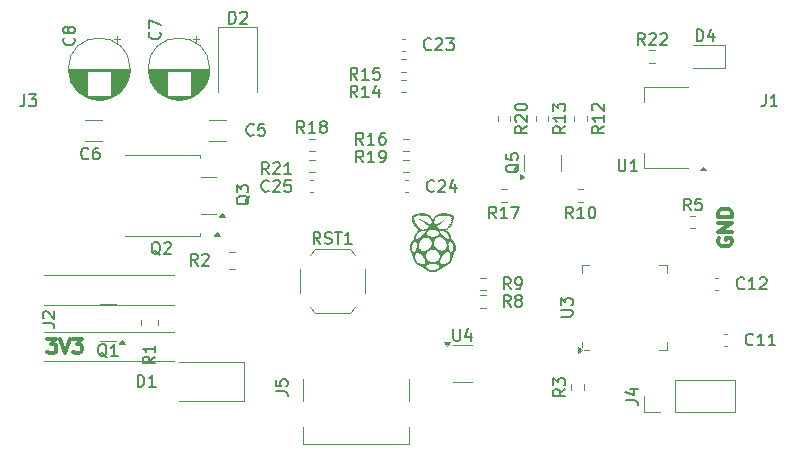
<source format=gbr>
%TF.GenerationSoftware,KiCad,Pcbnew,7.0.10-7.0.10~ubuntu22.04.1*%
%TF.CreationDate,2024-06-22T11:50:55+05:30*%
%TF.ProjectId,Light-CC,4c696768-742d-4434-932e-6b696361645f,rev?*%
%TF.SameCoordinates,PX4c4b400PY7270e00*%
%TF.FileFunction,Legend,Top*%
%TF.FilePolarity,Positive*%
%FSLAX46Y46*%
G04 Gerber Fmt 4.6, Leading zero omitted, Abs format (unit mm)*
G04 Created by KiCad (PCBNEW 7.0.10-7.0.10~ubuntu22.04.1) date 2024-06-22 11:50:55*
%MOMM*%
%LPD*%
G01*
G04 APERTURE LIST*
%ADD10C,0.300000*%
%ADD11C,0.150000*%
%ADD12C,0.120000*%
G04 APERTURE END LIST*
D10*
X61444685Y15611654D02*
X61387542Y15497368D01*
X61387542Y15497368D02*
X61387542Y15325940D01*
X61387542Y15325940D02*
X61444685Y15154511D01*
X61444685Y15154511D02*
X61558971Y15040226D01*
X61558971Y15040226D02*
X61673257Y14983083D01*
X61673257Y14983083D02*
X61901828Y14925940D01*
X61901828Y14925940D02*
X62073257Y14925940D01*
X62073257Y14925940D02*
X62301828Y14983083D01*
X62301828Y14983083D02*
X62416114Y15040226D01*
X62416114Y15040226D02*
X62530400Y15154511D01*
X62530400Y15154511D02*
X62587542Y15325940D01*
X62587542Y15325940D02*
X62587542Y15440226D01*
X62587542Y15440226D02*
X62530400Y15611654D01*
X62530400Y15611654D02*
X62473257Y15668797D01*
X62473257Y15668797D02*
X62073257Y15668797D01*
X62073257Y15668797D02*
X62073257Y15440226D01*
X62587542Y16183083D02*
X61387542Y16183083D01*
X61387542Y16183083D02*
X62587542Y16868797D01*
X62587542Y16868797D02*
X61387542Y16868797D01*
X62587542Y17440226D02*
X61387542Y17440226D01*
X61387542Y17440226D02*
X61387542Y17725940D01*
X61387542Y17725940D02*
X61444685Y17897369D01*
X61444685Y17897369D02*
X61558971Y18011654D01*
X61558971Y18011654D02*
X61673257Y18068797D01*
X61673257Y18068797D02*
X61901828Y18125940D01*
X61901828Y18125940D02*
X62073257Y18125940D01*
X62073257Y18125940D02*
X62301828Y18068797D01*
X62301828Y18068797D02*
X62416114Y18011654D01*
X62416114Y18011654D02*
X62530400Y17897369D01*
X62530400Y17897369D02*
X62587542Y17725940D01*
X62587542Y17725940D02*
X62587542Y17440226D01*
X4618796Y7112458D02*
X5361653Y7112458D01*
X5361653Y7112458D02*
X4961653Y6655315D01*
X4961653Y6655315D02*
X5133082Y6655315D01*
X5133082Y6655315D02*
X5247368Y6598172D01*
X5247368Y6598172D02*
X5304510Y6541029D01*
X5304510Y6541029D02*
X5361653Y6426743D01*
X5361653Y6426743D02*
X5361653Y6141029D01*
X5361653Y6141029D02*
X5304510Y6026743D01*
X5304510Y6026743D02*
X5247368Y5969600D01*
X5247368Y5969600D02*
X5133082Y5912458D01*
X5133082Y5912458D02*
X4790225Y5912458D01*
X4790225Y5912458D02*
X4675939Y5969600D01*
X4675939Y5969600D02*
X4618796Y6026743D01*
X5704510Y7112458D02*
X6104510Y5912458D01*
X6104510Y5912458D02*
X6504510Y7112458D01*
X6790224Y7112458D02*
X7533081Y7112458D01*
X7533081Y7112458D02*
X7133081Y6655315D01*
X7133081Y6655315D02*
X7304510Y6655315D01*
X7304510Y6655315D02*
X7418796Y6598172D01*
X7418796Y6598172D02*
X7475938Y6541029D01*
X7475938Y6541029D02*
X7533081Y6426743D01*
X7533081Y6426743D02*
X7533081Y6141029D01*
X7533081Y6141029D02*
X7475938Y6026743D01*
X7475938Y6026743D02*
X7418796Y5969600D01*
X7418796Y5969600D02*
X7304510Y5912458D01*
X7304510Y5912458D02*
X6961653Y5912458D01*
X6961653Y5912458D02*
X6847367Y5969600D01*
X6847367Y5969600D02*
X6790224Y6026743D01*
D11*
X17333333Y13295181D02*
X17000000Y13771372D01*
X16761905Y13295181D02*
X16761905Y14295181D01*
X16761905Y14295181D02*
X17142857Y14295181D01*
X17142857Y14295181D02*
X17238095Y14247562D01*
X17238095Y14247562D02*
X17285714Y14199943D01*
X17285714Y14199943D02*
X17333333Y14104705D01*
X17333333Y14104705D02*
X17333333Y13961848D01*
X17333333Y13961848D02*
X17285714Y13866610D01*
X17285714Y13866610D02*
X17238095Y13818991D01*
X17238095Y13818991D02*
X17142857Y13771372D01*
X17142857Y13771372D02*
X16761905Y13771372D01*
X17714286Y14199943D02*
X17761905Y14247562D01*
X17761905Y14247562D02*
X17857143Y14295181D01*
X17857143Y14295181D02*
X18095238Y14295181D01*
X18095238Y14295181D02*
X18190476Y14247562D01*
X18190476Y14247562D02*
X18238095Y14199943D01*
X18238095Y14199943D02*
X18285714Y14104705D01*
X18285714Y14104705D02*
X18285714Y14009467D01*
X18285714Y14009467D02*
X18238095Y13866610D01*
X18238095Y13866610D02*
X17666667Y13295181D01*
X17666667Y13295181D02*
X18285714Y13295181D01*
X6859580Y32583334D02*
X6907200Y32535715D01*
X6907200Y32535715D02*
X6954819Y32392858D01*
X6954819Y32392858D02*
X6954819Y32297620D01*
X6954819Y32297620D02*
X6907200Y32154763D01*
X6907200Y32154763D02*
X6811961Y32059525D01*
X6811961Y32059525D02*
X6716723Y32011906D01*
X6716723Y32011906D02*
X6526247Y31964287D01*
X6526247Y31964287D02*
X6383390Y31964287D01*
X6383390Y31964287D02*
X6192914Y32011906D01*
X6192914Y32011906D02*
X6097676Y32059525D01*
X6097676Y32059525D02*
X6002438Y32154763D01*
X6002438Y32154763D02*
X5954819Y32297620D01*
X5954819Y32297620D02*
X5954819Y32392858D01*
X5954819Y32392858D02*
X6002438Y32535715D01*
X6002438Y32535715D02*
X6050057Y32583334D01*
X6383390Y33154763D02*
X6335771Y33059525D01*
X6335771Y33059525D02*
X6288152Y33011906D01*
X6288152Y33011906D02*
X6192914Y32964287D01*
X6192914Y32964287D02*
X6145295Y32964287D01*
X6145295Y32964287D02*
X6050057Y33011906D01*
X6050057Y33011906D02*
X6002438Y33059525D01*
X6002438Y33059525D02*
X5954819Y33154763D01*
X5954819Y33154763D02*
X5954819Y33345239D01*
X5954819Y33345239D02*
X6002438Y33440477D01*
X6002438Y33440477D02*
X6050057Y33488096D01*
X6050057Y33488096D02*
X6145295Y33535715D01*
X6145295Y33535715D02*
X6192914Y33535715D01*
X6192914Y33535715D02*
X6288152Y33488096D01*
X6288152Y33488096D02*
X6335771Y33440477D01*
X6335771Y33440477D02*
X6383390Y33345239D01*
X6383390Y33345239D02*
X6383390Y33154763D01*
X6383390Y33154763D02*
X6431009Y33059525D01*
X6431009Y33059525D02*
X6478628Y33011906D01*
X6478628Y33011906D02*
X6573866Y32964287D01*
X6573866Y32964287D02*
X6764342Y32964287D01*
X6764342Y32964287D02*
X6859580Y33011906D01*
X6859580Y33011906D02*
X6907200Y33059525D01*
X6907200Y33059525D02*
X6954819Y33154763D01*
X6954819Y33154763D02*
X6954819Y33345239D01*
X6954819Y33345239D02*
X6907200Y33440477D01*
X6907200Y33440477D02*
X6859580Y33488096D01*
X6859580Y33488096D02*
X6764342Y33535715D01*
X6764342Y33535715D02*
X6573866Y33535715D01*
X6573866Y33535715D02*
X6478628Y33488096D01*
X6478628Y33488096D02*
X6431009Y33440477D01*
X6431009Y33440477D02*
X6383390Y33345239D01*
X21737557Y19204762D02*
X21689938Y19109524D01*
X21689938Y19109524D02*
X21594700Y19014286D01*
X21594700Y19014286D02*
X21451842Y18871429D01*
X21451842Y18871429D02*
X21404223Y18776191D01*
X21404223Y18776191D02*
X21404223Y18680953D01*
X21642319Y18728572D02*
X21594700Y18633334D01*
X21594700Y18633334D02*
X21499461Y18538096D01*
X21499461Y18538096D02*
X21308985Y18490477D01*
X21308985Y18490477D02*
X20975652Y18490477D01*
X20975652Y18490477D02*
X20785176Y18538096D01*
X20785176Y18538096D02*
X20689938Y18633334D01*
X20689938Y18633334D02*
X20642319Y18728572D01*
X20642319Y18728572D02*
X20642319Y18919048D01*
X20642319Y18919048D02*
X20689938Y19014286D01*
X20689938Y19014286D02*
X20785176Y19109524D01*
X20785176Y19109524D02*
X20975652Y19157143D01*
X20975652Y19157143D02*
X21308985Y19157143D01*
X21308985Y19157143D02*
X21499461Y19109524D01*
X21499461Y19109524D02*
X21594700Y19014286D01*
X21594700Y19014286D02*
X21642319Y18919048D01*
X21642319Y18919048D02*
X21642319Y18728572D01*
X20642319Y19490477D02*
X20642319Y20109524D01*
X20642319Y20109524D02*
X21023271Y19776191D01*
X21023271Y19776191D02*
X21023271Y19919048D01*
X21023271Y19919048D02*
X21070890Y20014286D01*
X21070890Y20014286D02*
X21118509Y20061905D01*
X21118509Y20061905D02*
X21213747Y20109524D01*
X21213747Y20109524D02*
X21451842Y20109524D01*
X21451842Y20109524D02*
X21547080Y20061905D01*
X21547080Y20061905D02*
X21594700Y20014286D01*
X21594700Y20014286D02*
X21642319Y19919048D01*
X21642319Y19919048D02*
X21642319Y19633334D01*
X21642319Y19633334D02*
X21594700Y19538096D01*
X21594700Y19538096D02*
X21547080Y19490477D01*
X12261905Y3045181D02*
X12261905Y4045181D01*
X12261905Y4045181D02*
X12500000Y4045181D01*
X12500000Y4045181D02*
X12642857Y3997562D01*
X12642857Y3997562D02*
X12738095Y3902324D01*
X12738095Y3902324D02*
X12785714Y3807086D01*
X12785714Y3807086D02*
X12833333Y3616610D01*
X12833333Y3616610D02*
X12833333Y3473753D01*
X12833333Y3473753D02*
X12785714Y3283277D01*
X12785714Y3283277D02*
X12738095Y3188039D01*
X12738095Y3188039D02*
X12642857Y3092800D01*
X12642857Y3092800D02*
X12500000Y3045181D01*
X12500000Y3045181D02*
X12261905Y3045181D01*
X13785714Y3045181D02*
X13214286Y3045181D01*
X13500000Y3045181D02*
X13500000Y4045181D01*
X13500000Y4045181D02*
X13404762Y3902324D01*
X13404762Y3902324D02*
X13309524Y3807086D01*
X13309524Y3807086D02*
X13214286Y3759467D01*
X23357142Y21045181D02*
X23023809Y21521372D01*
X22785714Y21045181D02*
X22785714Y22045181D01*
X22785714Y22045181D02*
X23166666Y22045181D01*
X23166666Y22045181D02*
X23261904Y21997562D01*
X23261904Y21997562D02*
X23309523Y21949943D01*
X23309523Y21949943D02*
X23357142Y21854705D01*
X23357142Y21854705D02*
X23357142Y21711848D01*
X23357142Y21711848D02*
X23309523Y21616610D01*
X23309523Y21616610D02*
X23261904Y21568991D01*
X23261904Y21568991D02*
X23166666Y21521372D01*
X23166666Y21521372D02*
X22785714Y21521372D01*
X23738095Y21949943D02*
X23785714Y21997562D01*
X23785714Y21997562D02*
X23880952Y22045181D01*
X23880952Y22045181D02*
X24119047Y22045181D01*
X24119047Y22045181D02*
X24214285Y21997562D01*
X24214285Y21997562D02*
X24261904Y21949943D01*
X24261904Y21949943D02*
X24309523Y21854705D01*
X24309523Y21854705D02*
X24309523Y21759467D01*
X24309523Y21759467D02*
X24261904Y21616610D01*
X24261904Y21616610D02*
X23690476Y21045181D01*
X23690476Y21045181D02*
X24309523Y21045181D01*
X25261904Y21045181D02*
X24690476Y21045181D01*
X24976190Y21045181D02*
X24976190Y22045181D01*
X24976190Y22045181D02*
X24880952Y21902324D01*
X24880952Y21902324D02*
X24785714Y21807086D01*
X24785714Y21807086D02*
X24690476Y21759467D01*
X31357142Y22045181D02*
X31023809Y22521372D01*
X30785714Y22045181D02*
X30785714Y23045181D01*
X30785714Y23045181D02*
X31166666Y23045181D01*
X31166666Y23045181D02*
X31261904Y22997562D01*
X31261904Y22997562D02*
X31309523Y22949943D01*
X31309523Y22949943D02*
X31357142Y22854705D01*
X31357142Y22854705D02*
X31357142Y22711848D01*
X31357142Y22711848D02*
X31309523Y22616610D01*
X31309523Y22616610D02*
X31261904Y22568991D01*
X31261904Y22568991D02*
X31166666Y22521372D01*
X31166666Y22521372D02*
X30785714Y22521372D01*
X32309523Y22045181D02*
X31738095Y22045181D01*
X32023809Y22045181D02*
X32023809Y23045181D01*
X32023809Y23045181D02*
X31928571Y22902324D01*
X31928571Y22902324D02*
X31833333Y22807086D01*
X31833333Y22807086D02*
X31738095Y22759467D01*
X32785714Y22045181D02*
X32976190Y22045181D01*
X32976190Y22045181D02*
X33071428Y22092800D01*
X33071428Y22092800D02*
X33119047Y22140420D01*
X33119047Y22140420D02*
X33214285Y22283277D01*
X33214285Y22283277D02*
X33261904Y22473753D01*
X33261904Y22473753D02*
X33261904Y22854705D01*
X33261904Y22854705D02*
X33214285Y22949943D01*
X33214285Y22949943D02*
X33166666Y22997562D01*
X33166666Y22997562D02*
X33071428Y23045181D01*
X33071428Y23045181D02*
X32880952Y23045181D01*
X32880952Y23045181D02*
X32785714Y22997562D01*
X32785714Y22997562D02*
X32738095Y22949943D01*
X32738095Y22949943D02*
X32690476Y22854705D01*
X32690476Y22854705D02*
X32690476Y22616610D01*
X32690476Y22616610D02*
X32738095Y22521372D01*
X32738095Y22521372D02*
X32785714Y22473753D01*
X32785714Y22473753D02*
X32880952Y22426134D01*
X32880952Y22426134D02*
X33071428Y22426134D01*
X33071428Y22426134D02*
X33166666Y22473753D01*
X33166666Y22473753D02*
X33214285Y22521372D01*
X33214285Y22521372D02*
X33261904Y22616610D01*
X55182142Y31975181D02*
X54848809Y32451372D01*
X54610714Y31975181D02*
X54610714Y32975181D01*
X54610714Y32975181D02*
X54991666Y32975181D01*
X54991666Y32975181D02*
X55086904Y32927562D01*
X55086904Y32927562D02*
X55134523Y32879943D01*
X55134523Y32879943D02*
X55182142Y32784705D01*
X55182142Y32784705D02*
X55182142Y32641848D01*
X55182142Y32641848D02*
X55134523Y32546610D01*
X55134523Y32546610D02*
X55086904Y32498991D01*
X55086904Y32498991D02*
X54991666Y32451372D01*
X54991666Y32451372D02*
X54610714Y32451372D01*
X55563095Y32879943D02*
X55610714Y32927562D01*
X55610714Y32927562D02*
X55705952Y32975181D01*
X55705952Y32975181D02*
X55944047Y32975181D01*
X55944047Y32975181D02*
X56039285Y32927562D01*
X56039285Y32927562D02*
X56086904Y32879943D01*
X56086904Y32879943D02*
X56134523Y32784705D01*
X56134523Y32784705D02*
X56134523Y32689467D01*
X56134523Y32689467D02*
X56086904Y32546610D01*
X56086904Y32546610D02*
X55515476Y31975181D01*
X55515476Y31975181D02*
X56134523Y31975181D01*
X56515476Y32879943D02*
X56563095Y32927562D01*
X56563095Y32927562D02*
X56658333Y32975181D01*
X56658333Y32975181D02*
X56896428Y32975181D01*
X56896428Y32975181D02*
X56991666Y32927562D01*
X56991666Y32927562D02*
X57039285Y32879943D01*
X57039285Y32879943D02*
X57086904Y32784705D01*
X57086904Y32784705D02*
X57086904Y32689467D01*
X57086904Y32689467D02*
X57039285Y32546610D01*
X57039285Y32546610D02*
X56467857Y31975181D01*
X56467857Y31975181D02*
X57086904Y31975181D01*
X53584819Y1916667D02*
X54299104Y1916667D01*
X54299104Y1916667D02*
X54441961Y1869048D01*
X54441961Y1869048D02*
X54537200Y1773810D01*
X54537200Y1773810D02*
X54584819Y1630953D01*
X54584819Y1630953D02*
X54584819Y1535715D01*
X53918152Y2821429D02*
X54584819Y2821429D01*
X53537200Y2583334D02*
X54251485Y2345239D01*
X54251485Y2345239D02*
X54251485Y2964286D01*
X63607142Y11390420D02*
X63559523Y11342800D01*
X63559523Y11342800D02*
X63416666Y11295181D01*
X63416666Y11295181D02*
X63321428Y11295181D01*
X63321428Y11295181D02*
X63178571Y11342800D01*
X63178571Y11342800D02*
X63083333Y11438039D01*
X63083333Y11438039D02*
X63035714Y11533277D01*
X63035714Y11533277D02*
X62988095Y11723753D01*
X62988095Y11723753D02*
X62988095Y11866610D01*
X62988095Y11866610D02*
X63035714Y12057086D01*
X63035714Y12057086D02*
X63083333Y12152324D01*
X63083333Y12152324D02*
X63178571Y12247562D01*
X63178571Y12247562D02*
X63321428Y12295181D01*
X63321428Y12295181D02*
X63416666Y12295181D01*
X63416666Y12295181D02*
X63559523Y12247562D01*
X63559523Y12247562D02*
X63607142Y12199943D01*
X64559523Y11295181D02*
X63988095Y11295181D01*
X64273809Y11295181D02*
X64273809Y12295181D01*
X64273809Y12295181D02*
X64178571Y12152324D01*
X64178571Y12152324D02*
X64083333Y12057086D01*
X64083333Y12057086D02*
X63988095Y12009467D01*
X64940476Y12199943D02*
X64988095Y12247562D01*
X64988095Y12247562D02*
X65083333Y12295181D01*
X65083333Y12295181D02*
X65321428Y12295181D01*
X65321428Y12295181D02*
X65416666Y12247562D01*
X65416666Y12247562D02*
X65464285Y12199943D01*
X65464285Y12199943D02*
X65511904Y12104705D01*
X65511904Y12104705D02*
X65511904Y12009467D01*
X65511904Y12009467D02*
X65464285Y11866610D01*
X65464285Y11866610D02*
X64892857Y11295181D01*
X64892857Y11295181D02*
X65511904Y11295181D01*
X9654761Y5549943D02*
X9559523Y5597562D01*
X9559523Y5597562D02*
X9464285Y5692800D01*
X9464285Y5692800D02*
X9321428Y5835658D01*
X9321428Y5835658D02*
X9226190Y5883277D01*
X9226190Y5883277D02*
X9130952Y5883277D01*
X9178571Y5645181D02*
X9083333Y5692800D01*
X9083333Y5692800D02*
X8988095Y5788039D01*
X8988095Y5788039D02*
X8940476Y5978515D01*
X8940476Y5978515D02*
X8940476Y6311848D01*
X8940476Y6311848D02*
X8988095Y6502324D01*
X8988095Y6502324D02*
X9083333Y6597562D01*
X9083333Y6597562D02*
X9178571Y6645181D01*
X9178571Y6645181D02*
X9369047Y6645181D01*
X9369047Y6645181D02*
X9464285Y6597562D01*
X9464285Y6597562D02*
X9559523Y6502324D01*
X9559523Y6502324D02*
X9607142Y6311848D01*
X9607142Y6311848D02*
X9607142Y5978515D01*
X9607142Y5978515D02*
X9559523Y5788039D01*
X9559523Y5788039D02*
X9464285Y5692800D01*
X9464285Y5692800D02*
X9369047Y5645181D01*
X9369047Y5645181D02*
X9178571Y5645181D01*
X10559523Y5645181D02*
X9988095Y5645181D01*
X10273809Y5645181D02*
X10273809Y6645181D01*
X10273809Y6645181D02*
X10178571Y6502324D01*
X10178571Y6502324D02*
X10083333Y6407086D01*
X10083333Y6407086D02*
X9988095Y6359467D01*
X59083333Y17975181D02*
X58750000Y18451372D01*
X58511905Y17975181D02*
X58511905Y18975181D01*
X58511905Y18975181D02*
X58892857Y18975181D01*
X58892857Y18975181D02*
X58988095Y18927562D01*
X58988095Y18927562D02*
X59035714Y18879943D01*
X59035714Y18879943D02*
X59083333Y18784705D01*
X59083333Y18784705D02*
X59083333Y18641848D01*
X59083333Y18641848D02*
X59035714Y18546610D01*
X59035714Y18546610D02*
X58988095Y18498991D01*
X58988095Y18498991D02*
X58892857Y18451372D01*
X58892857Y18451372D02*
X58511905Y18451372D01*
X59988095Y18975181D02*
X59511905Y18975181D01*
X59511905Y18975181D02*
X59464286Y18498991D01*
X59464286Y18498991D02*
X59511905Y18546610D01*
X59511905Y18546610D02*
X59607143Y18594229D01*
X59607143Y18594229D02*
X59845238Y18594229D01*
X59845238Y18594229D02*
X59940476Y18546610D01*
X59940476Y18546610D02*
X59988095Y18498991D01*
X59988095Y18498991D02*
X60035714Y18403753D01*
X60035714Y18403753D02*
X60035714Y18165658D01*
X60035714Y18165658D02*
X59988095Y18070420D01*
X59988095Y18070420D02*
X59940476Y18022800D01*
X59940476Y18022800D02*
X59845238Y17975181D01*
X59845238Y17975181D02*
X59607143Y17975181D01*
X59607143Y17975181D02*
X59511905Y18022800D01*
X59511905Y18022800D02*
X59464286Y18070420D01*
X52988095Y22295181D02*
X52988095Y21485658D01*
X52988095Y21485658D02*
X53035714Y21390420D01*
X53035714Y21390420D02*
X53083333Y21342800D01*
X53083333Y21342800D02*
X53178571Y21295181D01*
X53178571Y21295181D02*
X53369047Y21295181D01*
X53369047Y21295181D02*
X53464285Y21342800D01*
X53464285Y21342800D02*
X53511904Y21390420D01*
X53511904Y21390420D02*
X53559523Y21485658D01*
X53559523Y21485658D02*
X53559523Y22295181D01*
X54559523Y21295181D02*
X53988095Y21295181D01*
X54273809Y21295181D02*
X54273809Y22295181D01*
X54273809Y22295181D02*
X54178571Y22152324D01*
X54178571Y22152324D02*
X54083333Y22057086D01*
X54083333Y22057086D02*
X53988095Y22009467D01*
X30857142Y29045181D02*
X30523809Y29521372D01*
X30285714Y29045181D02*
X30285714Y30045181D01*
X30285714Y30045181D02*
X30666666Y30045181D01*
X30666666Y30045181D02*
X30761904Y29997562D01*
X30761904Y29997562D02*
X30809523Y29949943D01*
X30809523Y29949943D02*
X30857142Y29854705D01*
X30857142Y29854705D02*
X30857142Y29711848D01*
X30857142Y29711848D02*
X30809523Y29616610D01*
X30809523Y29616610D02*
X30761904Y29568991D01*
X30761904Y29568991D02*
X30666666Y29521372D01*
X30666666Y29521372D02*
X30285714Y29521372D01*
X31809523Y29045181D02*
X31238095Y29045181D01*
X31523809Y29045181D02*
X31523809Y30045181D01*
X31523809Y30045181D02*
X31428571Y29902324D01*
X31428571Y29902324D02*
X31333333Y29807086D01*
X31333333Y29807086D02*
X31238095Y29759467D01*
X32714285Y30045181D02*
X32238095Y30045181D01*
X32238095Y30045181D02*
X32190476Y29568991D01*
X32190476Y29568991D02*
X32238095Y29616610D01*
X32238095Y29616610D02*
X32333333Y29664229D01*
X32333333Y29664229D02*
X32571428Y29664229D01*
X32571428Y29664229D02*
X32666666Y29616610D01*
X32666666Y29616610D02*
X32714285Y29568991D01*
X32714285Y29568991D02*
X32761904Y29473753D01*
X32761904Y29473753D02*
X32761904Y29235658D01*
X32761904Y29235658D02*
X32714285Y29140420D01*
X32714285Y29140420D02*
X32666666Y29092800D01*
X32666666Y29092800D02*
X32571428Y29045181D01*
X32571428Y29045181D02*
X32333333Y29045181D01*
X32333333Y29045181D02*
X32238095Y29092800D01*
X32238095Y29092800D02*
X32190476Y29140420D01*
X43833333Y11295181D02*
X43500000Y11771372D01*
X43261905Y11295181D02*
X43261905Y12295181D01*
X43261905Y12295181D02*
X43642857Y12295181D01*
X43642857Y12295181D02*
X43738095Y12247562D01*
X43738095Y12247562D02*
X43785714Y12199943D01*
X43785714Y12199943D02*
X43833333Y12104705D01*
X43833333Y12104705D02*
X43833333Y11961848D01*
X43833333Y11961848D02*
X43785714Y11866610D01*
X43785714Y11866610D02*
X43738095Y11818991D01*
X43738095Y11818991D02*
X43642857Y11771372D01*
X43642857Y11771372D02*
X43261905Y11771372D01*
X44309524Y11295181D02*
X44500000Y11295181D01*
X44500000Y11295181D02*
X44595238Y11342800D01*
X44595238Y11342800D02*
X44642857Y11390420D01*
X44642857Y11390420D02*
X44738095Y11533277D01*
X44738095Y11533277D02*
X44785714Y11723753D01*
X44785714Y11723753D02*
X44785714Y12104705D01*
X44785714Y12104705D02*
X44738095Y12199943D01*
X44738095Y12199943D02*
X44690476Y12247562D01*
X44690476Y12247562D02*
X44595238Y12295181D01*
X44595238Y12295181D02*
X44404762Y12295181D01*
X44404762Y12295181D02*
X44309524Y12247562D01*
X44309524Y12247562D02*
X44261905Y12199943D01*
X44261905Y12199943D02*
X44214286Y12104705D01*
X44214286Y12104705D02*
X44214286Y11866610D01*
X44214286Y11866610D02*
X44261905Y11771372D01*
X44261905Y11771372D02*
X44309524Y11723753D01*
X44309524Y11723753D02*
X44404762Y11676134D01*
X44404762Y11676134D02*
X44595238Y11676134D01*
X44595238Y11676134D02*
X44690476Y11723753D01*
X44690476Y11723753D02*
X44738095Y11771372D01*
X44738095Y11771372D02*
X44785714Y11866610D01*
X14164761Y14199943D02*
X14069523Y14247562D01*
X14069523Y14247562D02*
X13974285Y14342800D01*
X13974285Y14342800D02*
X13831428Y14485658D01*
X13831428Y14485658D02*
X13736190Y14533277D01*
X13736190Y14533277D02*
X13640952Y14533277D01*
X13688571Y14295181D02*
X13593333Y14342800D01*
X13593333Y14342800D02*
X13498095Y14438039D01*
X13498095Y14438039D02*
X13450476Y14628515D01*
X13450476Y14628515D02*
X13450476Y14961848D01*
X13450476Y14961848D02*
X13498095Y15152324D01*
X13498095Y15152324D02*
X13593333Y15247562D01*
X13593333Y15247562D02*
X13688571Y15295181D01*
X13688571Y15295181D02*
X13879047Y15295181D01*
X13879047Y15295181D02*
X13974285Y15247562D01*
X13974285Y15247562D02*
X14069523Y15152324D01*
X14069523Y15152324D02*
X14117142Y14961848D01*
X14117142Y14961848D02*
X14117142Y14628515D01*
X14117142Y14628515D02*
X14069523Y14438039D01*
X14069523Y14438039D02*
X13974285Y14342800D01*
X13974285Y14342800D02*
X13879047Y14295181D01*
X13879047Y14295181D02*
X13688571Y14295181D01*
X14498095Y15199943D02*
X14545714Y15247562D01*
X14545714Y15247562D02*
X14640952Y15295181D01*
X14640952Y15295181D02*
X14879047Y15295181D01*
X14879047Y15295181D02*
X14974285Y15247562D01*
X14974285Y15247562D02*
X15021904Y15199943D01*
X15021904Y15199943D02*
X15069523Y15104705D01*
X15069523Y15104705D02*
X15069523Y15009467D01*
X15069523Y15009467D02*
X15021904Y14866610D01*
X15021904Y14866610D02*
X14450476Y14295181D01*
X14450476Y14295181D02*
X15069523Y14295181D01*
X31357142Y23545181D02*
X31023809Y24021372D01*
X30785714Y23545181D02*
X30785714Y24545181D01*
X30785714Y24545181D02*
X31166666Y24545181D01*
X31166666Y24545181D02*
X31261904Y24497562D01*
X31261904Y24497562D02*
X31309523Y24449943D01*
X31309523Y24449943D02*
X31357142Y24354705D01*
X31357142Y24354705D02*
X31357142Y24211848D01*
X31357142Y24211848D02*
X31309523Y24116610D01*
X31309523Y24116610D02*
X31261904Y24068991D01*
X31261904Y24068991D02*
X31166666Y24021372D01*
X31166666Y24021372D02*
X30785714Y24021372D01*
X32309523Y23545181D02*
X31738095Y23545181D01*
X32023809Y23545181D02*
X32023809Y24545181D01*
X32023809Y24545181D02*
X31928571Y24402324D01*
X31928571Y24402324D02*
X31833333Y24307086D01*
X31833333Y24307086D02*
X31738095Y24259467D01*
X33166666Y24545181D02*
X32976190Y24545181D01*
X32976190Y24545181D02*
X32880952Y24497562D01*
X32880952Y24497562D02*
X32833333Y24449943D01*
X32833333Y24449943D02*
X32738095Y24307086D01*
X32738095Y24307086D02*
X32690476Y24116610D01*
X32690476Y24116610D02*
X32690476Y23735658D01*
X32690476Y23735658D02*
X32738095Y23640420D01*
X32738095Y23640420D02*
X32785714Y23592800D01*
X32785714Y23592800D02*
X32880952Y23545181D01*
X32880952Y23545181D02*
X33071428Y23545181D01*
X33071428Y23545181D02*
X33166666Y23592800D01*
X33166666Y23592800D02*
X33214285Y23640420D01*
X33214285Y23640420D02*
X33261904Y23735658D01*
X33261904Y23735658D02*
X33261904Y23973753D01*
X33261904Y23973753D02*
X33214285Y24068991D01*
X33214285Y24068991D02*
X33166666Y24116610D01*
X33166666Y24116610D02*
X33071428Y24164229D01*
X33071428Y24164229D02*
X32880952Y24164229D01*
X32880952Y24164229D02*
X32785714Y24116610D01*
X32785714Y24116610D02*
X32738095Y24068991D01*
X32738095Y24068991D02*
X32690476Y23973753D01*
X37107142Y31640420D02*
X37059523Y31592800D01*
X37059523Y31592800D02*
X36916666Y31545181D01*
X36916666Y31545181D02*
X36821428Y31545181D01*
X36821428Y31545181D02*
X36678571Y31592800D01*
X36678571Y31592800D02*
X36583333Y31688039D01*
X36583333Y31688039D02*
X36535714Y31783277D01*
X36535714Y31783277D02*
X36488095Y31973753D01*
X36488095Y31973753D02*
X36488095Y32116610D01*
X36488095Y32116610D02*
X36535714Y32307086D01*
X36535714Y32307086D02*
X36583333Y32402324D01*
X36583333Y32402324D02*
X36678571Y32497562D01*
X36678571Y32497562D02*
X36821428Y32545181D01*
X36821428Y32545181D02*
X36916666Y32545181D01*
X36916666Y32545181D02*
X37059523Y32497562D01*
X37059523Y32497562D02*
X37107142Y32449943D01*
X37488095Y32449943D02*
X37535714Y32497562D01*
X37535714Y32497562D02*
X37630952Y32545181D01*
X37630952Y32545181D02*
X37869047Y32545181D01*
X37869047Y32545181D02*
X37964285Y32497562D01*
X37964285Y32497562D02*
X38011904Y32449943D01*
X38011904Y32449943D02*
X38059523Y32354705D01*
X38059523Y32354705D02*
X38059523Y32259467D01*
X38059523Y32259467D02*
X38011904Y32116610D01*
X38011904Y32116610D02*
X37440476Y31545181D01*
X37440476Y31545181D02*
X38059523Y31545181D01*
X38392857Y32545181D02*
X39011904Y32545181D01*
X39011904Y32545181D02*
X38678571Y32164229D01*
X38678571Y32164229D02*
X38821428Y32164229D01*
X38821428Y32164229D02*
X38916666Y32116610D01*
X38916666Y32116610D02*
X38964285Y32068991D01*
X38964285Y32068991D02*
X39011904Y31973753D01*
X39011904Y31973753D02*
X39011904Y31735658D01*
X39011904Y31735658D02*
X38964285Y31640420D01*
X38964285Y31640420D02*
X38916666Y31592800D01*
X38916666Y31592800D02*
X38821428Y31545181D01*
X38821428Y31545181D02*
X38535714Y31545181D01*
X38535714Y31545181D02*
X38440476Y31592800D01*
X38440476Y31592800D02*
X38392857Y31640420D01*
X64357142Y6640420D02*
X64309523Y6592800D01*
X64309523Y6592800D02*
X64166666Y6545181D01*
X64166666Y6545181D02*
X64071428Y6545181D01*
X64071428Y6545181D02*
X63928571Y6592800D01*
X63928571Y6592800D02*
X63833333Y6688039D01*
X63833333Y6688039D02*
X63785714Y6783277D01*
X63785714Y6783277D02*
X63738095Y6973753D01*
X63738095Y6973753D02*
X63738095Y7116610D01*
X63738095Y7116610D02*
X63785714Y7307086D01*
X63785714Y7307086D02*
X63833333Y7402324D01*
X63833333Y7402324D02*
X63928571Y7497562D01*
X63928571Y7497562D02*
X64071428Y7545181D01*
X64071428Y7545181D02*
X64166666Y7545181D01*
X64166666Y7545181D02*
X64309523Y7497562D01*
X64309523Y7497562D02*
X64357142Y7449943D01*
X65309523Y6545181D02*
X64738095Y6545181D01*
X65023809Y6545181D02*
X65023809Y7545181D01*
X65023809Y7545181D02*
X64928571Y7402324D01*
X64928571Y7402324D02*
X64833333Y7307086D01*
X64833333Y7307086D02*
X64738095Y7259467D01*
X66261904Y6545181D02*
X65690476Y6545181D01*
X65976190Y6545181D02*
X65976190Y7545181D01*
X65976190Y7545181D02*
X65880952Y7402324D01*
X65880952Y7402324D02*
X65785714Y7307086D01*
X65785714Y7307086D02*
X65690476Y7259467D01*
X23954819Y2666667D02*
X24669104Y2666667D01*
X24669104Y2666667D02*
X24811961Y2619048D01*
X24811961Y2619048D02*
X24907200Y2523810D01*
X24907200Y2523810D02*
X24954819Y2380953D01*
X24954819Y2380953D02*
X24954819Y2285715D01*
X23954819Y3619048D02*
X23954819Y3142858D01*
X23954819Y3142858D02*
X24431009Y3095239D01*
X24431009Y3095239D02*
X24383390Y3142858D01*
X24383390Y3142858D02*
X24335771Y3238096D01*
X24335771Y3238096D02*
X24335771Y3476191D01*
X24335771Y3476191D02*
X24383390Y3571429D01*
X24383390Y3571429D02*
X24431009Y3619048D01*
X24431009Y3619048D02*
X24526247Y3666667D01*
X24526247Y3666667D02*
X24764342Y3666667D01*
X24764342Y3666667D02*
X24859580Y3619048D01*
X24859580Y3619048D02*
X24907200Y3571429D01*
X24907200Y3571429D02*
X24954819Y3476191D01*
X24954819Y3476191D02*
X24954819Y3238096D01*
X24954819Y3238096D02*
X24907200Y3142858D01*
X24907200Y3142858D02*
X24859580Y3095239D01*
X43833333Y9795181D02*
X43500000Y10271372D01*
X43261905Y9795181D02*
X43261905Y10795181D01*
X43261905Y10795181D02*
X43642857Y10795181D01*
X43642857Y10795181D02*
X43738095Y10747562D01*
X43738095Y10747562D02*
X43785714Y10699943D01*
X43785714Y10699943D02*
X43833333Y10604705D01*
X43833333Y10604705D02*
X43833333Y10461848D01*
X43833333Y10461848D02*
X43785714Y10366610D01*
X43785714Y10366610D02*
X43738095Y10318991D01*
X43738095Y10318991D02*
X43642857Y10271372D01*
X43642857Y10271372D02*
X43261905Y10271372D01*
X44404762Y10366610D02*
X44309524Y10414229D01*
X44309524Y10414229D02*
X44261905Y10461848D01*
X44261905Y10461848D02*
X44214286Y10557086D01*
X44214286Y10557086D02*
X44214286Y10604705D01*
X44214286Y10604705D02*
X44261905Y10699943D01*
X44261905Y10699943D02*
X44309524Y10747562D01*
X44309524Y10747562D02*
X44404762Y10795181D01*
X44404762Y10795181D02*
X44595238Y10795181D01*
X44595238Y10795181D02*
X44690476Y10747562D01*
X44690476Y10747562D02*
X44738095Y10699943D01*
X44738095Y10699943D02*
X44785714Y10604705D01*
X44785714Y10604705D02*
X44785714Y10557086D01*
X44785714Y10557086D02*
X44738095Y10461848D01*
X44738095Y10461848D02*
X44690476Y10414229D01*
X44690476Y10414229D02*
X44595238Y10366610D01*
X44595238Y10366610D02*
X44404762Y10366610D01*
X44404762Y10366610D02*
X44309524Y10318991D01*
X44309524Y10318991D02*
X44261905Y10271372D01*
X44261905Y10271372D02*
X44214286Y10176134D01*
X44214286Y10176134D02*
X44214286Y9985658D01*
X44214286Y9985658D02*
X44261905Y9890420D01*
X44261905Y9890420D02*
X44309524Y9842800D01*
X44309524Y9842800D02*
X44404762Y9795181D01*
X44404762Y9795181D02*
X44595238Y9795181D01*
X44595238Y9795181D02*
X44690476Y9842800D01*
X44690476Y9842800D02*
X44738095Y9890420D01*
X44738095Y9890420D02*
X44785714Y9985658D01*
X44785714Y9985658D02*
X44785714Y10176134D01*
X44785714Y10176134D02*
X44738095Y10271372D01*
X44738095Y10271372D02*
X44690476Y10318991D01*
X44690476Y10318991D02*
X44595238Y10366610D01*
X48074819Y8988096D02*
X48884342Y8988096D01*
X48884342Y8988096D02*
X48979580Y9035715D01*
X48979580Y9035715D02*
X49027200Y9083334D01*
X49027200Y9083334D02*
X49074819Y9178572D01*
X49074819Y9178572D02*
X49074819Y9369048D01*
X49074819Y9369048D02*
X49027200Y9464286D01*
X49027200Y9464286D02*
X48979580Y9511905D01*
X48979580Y9511905D02*
X48884342Y9559524D01*
X48884342Y9559524D02*
X48074819Y9559524D01*
X48074819Y9940477D02*
X48074819Y10559524D01*
X48074819Y10559524D02*
X48455771Y10226191D01*
X48455771Y10226191D02*
X48455771Y10369048D01*
X48455771Y10369048D02*
X48503390Y10464286D01*
X48503390Y10464286D02*
X48551009Y10511905D01*
X48551009Y10511905D02*
X48646247Y10559524D01*
X48646247Y10559524D02*
X48884342Y10559524D01*
X48884342Y10559524D02*
X48979580Y10511905D01*
X48979580Y10511905D02*
X49027200Y10464286D01*
X49027200Y10464286D02*
X49074819Y10369048D01*
X49074819Y10369048D02*
X49074819Y10083334D01*
X49074819Y10083334D02*
X49027200Y9988096D01*
X49027200Y9988096D02*
X48979580Y9940477D01*
X48454819Y25107143D02*
X47978628Y24773810D01*
X48454819Y24535715D02*
X47454819Y24535715D01*
X47454819Y24535715D02*
X47454819Y24916667D01*
X47454819Y24916667D02*
X47502438Y25011905D01*
X47502438Y25011905D02*
X47550057Y25059524D01*
X47550057Y25059524D02*
X47645295Y25107143D01*
X47645295Y25107143D02*
X47788152Y25107143D01*
X47788152Y25107143D02*
X47883390Y25059524D01*
X47883390Y25059524D02*
X47931009Y25011905D01*
X47931009Y25011905D02*
X47978628Y24916667D01*
X47978628Y24916667D02*
X47978628Y24535715D01*
X48454819Y26059524D02*
X48454819Y25488096D01*
X48454819Y25773810D02*
X47454819Y25773810D01*
X47454819Y25773810D02*
X47597676Y25678572D01*
X47597676Y25678572D02*
X47692914Y25583334D01*
X47692914Y25583334D02*
X47740533Y25488096D01*
X47454819Y26392858D02*
X47454819Y27011905D01*
X47454819Y27011905D02*
X47835771Y26678572D01*
X47835771Y26678572D02*
X47835771Y26821429D01*
X47835771Y26821429D02*
X47883390Y26916667D01*
X47883390Y26916667D02*
X47931009Y26964286D01*
X47931009Y26964286D02*
X48026247Y27011905D01*
X48026247Y27011905D02*
X48264342Y27011905D01*
X48264342Y27011905D02*
X48359580Y26964286D01*
X48359580Y26964286D02*
X48407200Y26916667D01*
X48407200Y26916667D02*
X48454819Y26821429D01*
X48454819Y26821429D02*
X48454819Y26535715D01*
X48454819Y26535715D02*
X48407200Y26440477D01*
X48407200Y26440477D02*
X48359580Y26392858D01*
X49107142Y17295181D02*
X48773809Y17771372D01*
X48535714Y17295181D02*
X48535714Y18295181D01*
X48535714Y18295181D02*
X48916666Y18295181D01*
X48916666Y18295181D02*
X49011904Y18247562D01*
X49011904Y18247562D02*
X49059523Y18199943D01*
X49059523Y18199943D02*
X49107142Y18104705D01*
X49107142Y18104705D02*
X49107142Y17961848D01*
X49107142Y17961848D02*
X49059523Y17866610D01*
X49059523Y17866610D02*
X49011904Y17818991D01*
X49011904Y17818991D02*
X48916666Y17771372D01*
X48916666Y17771372D02*
X48535714Y17771372D01*
X50059523Y17295181D02*
X49488095Y17295181D01*
X49773809Y17295181D02*
X49773809Y18295181D01*
X49773809Y18295181D02*
X49678571Y18152324D01*
X49678571Y18152324D02*
X49583333Y18057086D01*
X49583333Y18057086D02*
X49488095Y18009467D01*
X50678571Y18295181D02*
X50773809Y18295181D01*
X50773809Y18295181D02*
X50869047Y18247562D01*
X50869047Y18247562D02*
X50916666Y18199943D01*
X50916666Y18199943D02*
X50964285Y18104705D01*
X50964285Y18104705D02*
X51011904Y17914229D01*
X51011904Y17914229D02*
X51011904Y17676134D01*
X51011904Y17676134D02*
X50964285Y17485658D01*
X50964285Y17485658D02*
X50916666Y17390420D01*
X50916666Y17390420D02*
X50869047Y17342800D01*
X50869047Y17342800D02*
X50773809Y17295181D01*
X50773809Y17295181D02*
X50678571Y17295181D01*
X50678571Y17295181D02*
X50583333Y17342800D01*
X50583333Y17342800D02*
X50535714Y17390420D01*
X50535714Y17390420D02*
X50488095Y17485658D01*
X50488095Y17485658D02*
X50440476Y17676134D01*
X50440476Y17676134D02*
X50440476Y17914229D01*
X50440476Y17914229D02*
X50488095Y18104705D01*
X50488095Y18104705D02*
X50535714Y18199943D01*
X50535714Y18199943D02*
X50583333Y18247562D01*
X50583333Y18247562D02*
X50678571Y18295181D01*
X45204819Y25107143D02*
X44728628Y24773810D01*
X45204819Y24535715D02*
X44204819Y24535715D01*
X44204819Y24535715D02*
X44204819Y24916667D01*
X44204819Y24916667D02*
X44252438Y25011905D01*
X44252438Y25011905D02*
X44300057Y25059524D01*
X44300057Y25059524D02*
X44395295Y25107143D01*
X44395295Y25107143D02*
X44538152Y25107143D01*
X44538152Y25107143D02*
X44633390Y25059524D01*
X44633390Y25059524D02*
X44681009Y25011905D01*
X44681009Y25011905D02*
X44728628Y24916667D01*
X44728628Y24916667D02*
X44728628Y24535715D01*
X44300057Y25488096D02*
X44252438Y25535715D01*
X44252438Y25535715D02*
X44204819Y25630953D01*
X44204819Y25630953D02*
X44204819Y25869048D01*
X44204819Y25869048D02*
X44252438Y25964286D01*
X44252438Y25964286D02*
X44300057Y26011905D01*
X44300057Y26011905D02*
X44395295Y26059524D01*
X44395295Y26059524D02*
X44490533Y26059524D01*
X44490533Y26059524D02*
X44633390Y26011905D01*
X44633390Y26011905D02*
X45204819Y25440477D01*
X45204819Y25440477D02*
X45204819Y26059524D01*
X44204819Y26678572D02*
X44204819Y26773810D01*
X44204819Y26773810D02*
X44252438Y26869048D01*
X44252438Y26869048D02*
X44300057Y26916667D01*
X44300057Y26916667D02*
X44395295Y26964286D01*
X44395295Y26964286D02*
X44585771Y27011905D01*
X44585771Y27011905D02*
X44823866Y27011905D01*
X44823866Y27011905D02*
X45014342Y26964286D01*
X45014342Y26964286D02*
X45109580Y26916667D01*
X45109580Y26916667D02*
X45157200Y26869048D01*
X45157200Y26869048D02*
X45204819Y26773810D01*
X45204819Y26773810D02*
X45204819Y26678572D01*
X45204819Y26678572D02*
X45157200Y26583334D01*
X45157200Y26583334D02*
X45109580Y26535715D01*
X45109580Y26535715D02*
X45014342Y26488096D01*
X45014342Y26488096D02*
X44823866Y26440477D01*
X44823866Y26440477D02*
X44585771Y26440477D01*
X44585771Y26440477D02*
X44395295Y26488096D01*
X44395295Y26488096D02*
X44300057Y26535715D01*
X44300057Y26535715D02*
X44252438Y26583334D01*
X44252438Y26583334D02*
X44204819Y26678572D01*
X51704819Y25107143D02*
X51228628Y24773810D01*
X51704819Y24535715D02*
X50704819Y24535715D01*
X50704819Y24535715D02*
X50704819Y24916667D01*
X50704819Y24916667D02*
X50752438Y25011905D01*
X50752438Y25011905D02*
X50800057Y25059524D01*
X50800057Y25059524D02*
X50895295Y25107143D01*
X50895295Y25107143D02*
X51038152Y25107143D01*
X51038152Y25107143D02*
X51133390Y25059524D01*
X51133390Y25059524D02*
X51181009Y25011905D01*
X51181009Y25011905D02*
X51228628Y24916667D01*
X51228628Y24916667D02*
X51228628Y24535715D01*
X51704819Y26059524D02*
X51704819Y25488096D01*
X51704819Y25773810D02*
X50704819Y25773810D01*
X50704819Y25773810D02*
X50847676Y25678572D01*
X50847676Y25678572D02*
X50942914Y25583334D01*
X50942914Y25583334D02*
X50990533Y25488096D01*
X50800057Y26440477D02*
X50752438Y26488096D01*
X50752438Y26488096D02*
X50704819Y26583334D01*
X50704819Y26583334D02*
X50704819Y26821429D01*
X50704819Y26821429D02*
X50752438Y26916667D01*
X50752438Y26916667D02*
X50800057Y26964286D01*
X50800057Y26964286D02*
X50895295Y27011905D01*
X50895295Y27011905D02*
X50990533Y27011905D01*
X50990533Y27011905D02*
X51133390Y26964286D01*
X51133390Y26964286D02*
X51704819Y26392858D01*
X51704819Y26392858D02*
X51704819Y27011905D01*
X38988095Y7945181D02*
X38988095Y7135658D01*
X38988095Y7135658D02*
X39035714Y7040420D01*
X39035714Y7040420D02*
X39083333Y6992800D01*
X39083333Y6992800D02*
X39178571Y6945181D01*
X39178571Y6945181D02*
X39369047Y6945181D01*
X39369047Y6945181D02*
X39464285Y6992800D01*
X39464285Y6992800D02*
X39511904Y7040420D01*
X39511904Y7040420D02*
X39559523Y7135658D01*
X39559523Y7135658D02*
X39559523Y7945181D01*
X40464285Y7611848D02*
X40464285Y6945181D01*
X40226190Y7992800D02*
X39988095Y7278515D01*
X39988095Y7278515D02*
X40607142Y7278515D01*
X8083333Y22390420D02*
X8035714Y22342800D01*
X8035714Y22342800D02*
X7892857Y22295181D01*
X7892857Y22295181D02*
X7797619Y22295181D01*
X7797619Y22295181D02*
X7654762Y22342800D01*
X7654762Y22342800D02*
X7559524Y22438039D01*
X7559524Y22438039D02*
X7511905Y22533277D01*
X7511905Y22533277D02*
X7464286Y22723753D01*
X7464286Y22723753D02*
X7464286Y22866610D01*
X7464286Y22866610D02*
X7511905Y23057086D01*
X7511905Y23057086D02*
X7559524Y23152324D01*
X7559524Y23152324D02*
X7654762Y23247562D01*
X7654762Y23247562D02*
X7797619Y23295181D01*
X7797619Y23295181D02*
X7892857Y23295181D01*
X7892857Y23295181D02*
X8035714Y23247562D01*
X8035714Y23247562D02*
X8083333Y23199943D01*
X8940476Y23295181D02*
X8750000Y23295181D01*
X8750000Y23295181D02*
X8654762Y23247562D01*
X8654762Y23247562D02*
X8607143Y23199943D01*
X8607143Y23199943D02*
X8511905Y23057086D01*
X8511905Y23057086D02*
X8464286Y22866610D01*
X8464286Y22866610D02*
X8464286Y22485658D01*
X8464286Y22485658D02*
X8511905Y22390420D01*
X8511905Y22390420D02*
X8559524Y22342800D01*
X8559524Y22342800D02*
X8654762Y22295181D01*
X8654762Y22295181D02*
X8845238Y22295181D01*
X8845238Y22295181D02*
X8940476Y22342800D01*
X8940476Y22342800D02*
X8988095Y22390420D01*
X8988095Y22390420D02*
X9035714Y22485658D01*
X9035714Y22485658D02*
X9035714Y22723753D01*
X9035714Y22723753D02*
X8988095Y22818991D01*
X8988095Y22818991D02*
X8940476Y22866610D01*
X8940476Y22866610D02*
X8845238Y22914229D01*
X8845238Y22914229D02*
X8654762Y22914229D01*
X8654762Y22914229D02*
X8559524Y22866610D01*
X8559524Y22866610D02*
X8511905Y22818991D01*
X8511905Y22818991D02*
X8464286Y22723753D01*
X59574405Y32295181D02*
X59574405Y33295181D01*
X59574405Y33295181D02*
X59812500Y33295181D01*
X59812500Y33295181D02*
X59955357Y33247562D01*
X59955357Y33247562D02*
X60050595Y33152324D01*
X60050595Y33152324D02*
X60098214Y33057086D01*
X60098214Y33057086D02*
X60145833Y32866610D01*
X60145833Y32866610D02*
X60145833Y32723753D01*
X60145833Y32723753D02*
X60098214Y32533277D01*
X60098214Y32533277D02*
X60050595Y32438039D01*
X60050595Y32438039D02*
X59955357Y32342800D01*
X59955357Y32342800D02*
X59812500Y32295181D01*
X59812500Y32295181D02*
X59574405Y32295181D01*
X61002976Y32961848D02*
X61002976Y32295181D01*
X60764881Y33342800D02*
X60526786Y32628515D01*
X60526786Y32628515D02*
X61145833Y32628515D01*
X14109580Y33083334D02*
X14157200Y33035715D01*
X14157200Y33035715D02*
X14204819Y32892858D01*
X14204819Y32892858D02*
X14204819Y32797620D01*
X14204819Y32797620D02*
X14157200Y32654763D01*
X14157200Y32654763D02*
X14061961Y32559525D01*
X14061961Y32559525D02*
X13966723Y32511906D01*
X13966723Y32511906D02*
X13776247Y32464287D01*
X13776247Y32464287D02*
X13633390Y32464287D01*
X13633390Y32464287D02*
X13442914Y32511906D01*
X13442914Y32511906D02*
X13347676Y32559525D01*
X13347676Y32559525D02*
X13252438Y32654763D01*
X13252438Y32654763D02*
X13204819Y32797620D01*
X13204819Y32797620D02*
X13204819Y32892858D01*
X13204819Y32892858D02*
X13252438Y33035715D01*
X13252438Y33035715D02*
X13300057Y33083334D01*
X13204819Y33416668D02*
X13204819Y34083334D01*
X13204819Y34083334D02*
X14204819Y33654763D01*
X22083333Y24390420D02*
X22035714Y24342800D01*
X22035714Y24342800D02*
X21892857Y24295181D01*
X21892857Y24295181D02*
X21797619Y24295181D01*
X21797619Y24295181D02*
X21654762Y24342800D01*
X21654762Y24342800D02*
X21559524Y24438039D01*
X21559524Y24438039D02*
X21511905Y24533277D01*
X21511905Y24533277D02*
X21464286Y24723753D01*
X21464286Y24723753D02*
X21464286Y24866610D01*
X21464286Y24866610D02*
X21511905Y25057086D01*
X21511905Y25057086D02*
X21559524Y25152324D01*
X21559524Y25152324D02*
X21654762Y25247562D01*
X21654762Y25247562D02*
X21797619Y25295181D01*
X21797619Y25295181D02*
X21892857Y25295181D01*
X21892857Y25295181D02*
X22035714Y25247562D01*
X22035714Y25247562D02*
X22083333Y25199943D01*
X22988095Y25295181D02*
X22511905Y25295181D01*
X22511905Y25295181D02*
X22464286Y24818991D01*
X22464286Y24818991D02*
X22511905Y24866610D01*
X22511905Y24866610D02*
X22607143Y24914229D01*
X22607143Y24914229D02*
X22845238Y24914229D01*
X22845238Y24914229D02*
X22940476Y24866610D01*
X22940476Y24866610D02*
X22988095Y24818991D01*
X22988095Y24818991D02*
X23035714Y24723753D01*
X23035714Y24723753D02*
X23035714Y24485658D01*
X23035714Y24485658D02*
X22988095Y24390420D01*
X22988095Y24390420D02*
X22940476Y24342800D01*
X22940476Y24342800D02*
X22845238Y24295181D01*
X22845238Y24295181D02*
X22607143Y24295181D01*
X22607143Y24295181D02*
X22511905Y24342800D01*
X22511905Y24342800D02*
X22464286Y24390420D01*
X2666666Y27795181D02*
X2666666Y27080896D01*
X2666666Y27080896D02*
X2619047Y26938039D01*
X2619047Y26938039D02*
X2523809Y26842800D01*
X2523809Y26842800D02*
X2380952Y26795181D01*
X2380952Y26795181D02*
X2285714Y26795181D01*
X3047619Y27795181D02*
X3666666Y27795181D01*
X3666666Y27795181D02*
X3333333Y27414229D01*
X3333333Y27414229D02*
X3476190Y27414229D01*
X3476190Y27414229D02*
X3571428Y27366610D01*
X3571428Y27366610D02*
X3619047Y27318991D01*
X3619047Y27318991D02*
X3666666Y27223753D01*
X3666666Y27223753D02*
X3666666Y26985658D01*
X3666666Y26985658D02*
X3619047Y26890420D01*
X3619047Y26890420D02*
X3571428Y26842800D01*
X3571428Y26842800D02*
X3476190Y26795181D01*
X3476190Y26795181D02*
X3190476Y26795181D01*
X3190476Y26795181D02*
X3095238Y26842800D01*
X3095238Y26842800D02*
X3047619Y26890420D01*
X26357142Y24545181D02*
X26023809Y25021372D01*
X25785714Y24545181D02*
X25785714Y25545181D01*
X25785714Y25545181D02*
X26166666Y25545181D01*
X26166666Y25545181D02*
X26261904Y25497562D01*
X26261904Y25497562D02*
X26309523Y25449943D01*
X26309523Y25449943D02*
X26357142Y25354705D01*
X26357142Y25354705D02*
X26357142Y25211848D01*
X26357142Y25211848D02*
X26309523Y25116610D01*
X26309523Y25116610D02*
X26261904Y25068991D01*
X26261904Y25068991D02*
X26166666Y25021372D01*
X26166666Y25021372D02*
X25785714Y25021372D01*
X27309523Y24545181D02*
X26738095Y24545181D01*
X27023809Y24545181D02*
X27023809Y25545181D01*
X27023809Y25545181D02*
X26928571Y25402324D01*
X26928571Y25402324D02*
X26833333Y25307086D01*
X26833333Y25307086D02*
X26738095Y25259467D01*
X27880952Y25116610D02*
X27785714Y25164229D01*
X27785714Y25164229D02*
X27738095Y25211848D01*
X27738095Y25211848D02*
X27690476Y25307086D01*
X27690476Y25307086D02*
X27690476Y25354705D01*
X27690476Y25354705D02*
X27738095Y25449943D01*
X27738095Y25449943D02*
X27785714Y25497562D01*
X27785714Y25497562D02*
X27880952Y25545181D01*
X27880952Y25545181D02*
X28071428Y25545181D01*
X28071428Y25545181D02*
X28166666Y25497562D01*
X28166666Y25497562D02*
X28214285Y25449943D01*
X28214285Y25449943D02*
X28261904Y25354705D01*
X28261904Y25354705D02*
X28261904Y25307086D01*
X28261904Y25307086D02*
X28214285Y25211848D01*
X28214285Y25211848D02*
X28166666Y25164229D01*
X28166666Y25164229D02*
X28071428Y25116610D01*
X28071428Y25116610D02*
X27880952Y25116610D01*
X27880952Y25116610D02*
X27785714Y25068991D01*
X27785714Y25068991D02*
X27738095Y25021372D01*
X27738095Y25021372D02*
X27690476Y24926134D01*
X27690476Y24926134D02*
X27690476Y24735658D01*
X27690476Y24735658D02*
X27738095Y24640420D01*
X27738095Y24640420D02*
X27785714Y24592800D01*
X27785714Y24592800D02*
X27880952Y24545181D01*
X27880952Y24545181D02*
X28071428Y24545181D01*
X28071428Y24545181D02*
X28166666Y24592800D01*
X28166666Y24592800D02*
X28214285Y24640420D01*
X28214285Y24640420D02*
X28261904Y24735658D01*
X28261904Y24735658D02*
X28261904Y24926134D01*
X28261904Y24926134D02*
X28214285Y25021372D01*
X28214285Y25021372D02*
X28166666Y25068991D01*
X28166666Y25068991D02*
X28071428Y25116610D01*
X65416666Y27795181D02*
X65416666Y27080896D01*
X65416666Y27080896D02*
X65369047Y26938039D01*
X65369047Y26938039D02*
X65273809Y26842800D01*
X65273809Y26842800D02*
X65130952Y26795181D01*
X65130952Y26795181D02*
X65035714Y26795181D01*
X66416666Y26795181D02*
X65845238Y26795181D01*
X66130952Y26795181D02*
X66130952Y27795181D01*
X66130952Y27795181D02*
X66035714Y27652324D01*
X66035714Y27652324D02*
X65940476Y27557086D01*
X65940476Y27557086D02*
X65845238Y27509467D01*
X42607142Y17295181D02*
X42273809Y17771372D01*
X42035714Y17295181D02*
X42035714Y18295181D01*
X42035714Y18295181D02*
X42416666Y18295181D01*
X42416666Y18295181D02*
X42511904Y18247562D01*
X42511904Y18247562D02*
X42559523Y18199943D01*
X42559523Y18199943D02*
X42607142Y18104705D01*
X42607142Y18104705D02*
X42607142Y17961848D01*
X42607142Y17961848D02*
X42559523Y17866610D01*
X42559523Y17866610D02*
X42511904Y17818991D01*
X42511904Y17818991D02*
X42416666Y17771372D01*
X42416666Y17771372D02*
X42035714Y17771372D01*
X43559523Y17295181D02*
X42988095Y17295181D01*
X43273809Y17295181D02*
X43273809Y18295181D01*
X43273809Y18295181D02*
X43178571Y18152324D01*
X43178571Y18152324D02*
X43083333Y18057086D01*
X43083333Y18057086D02*
X42988095Y18009467D01*
X43892857Y18295181D02*
X44559523Y18295181D01*
X44559523Y18295181D02*
X44130952Y17295181D01*
X44550057Y21904762D02*
X44502438Y21809524D01*
X44502438Y21809524D02*
X44407200Y21714286D01*
X44407200Y21714286D02*
X44264342Y21571429D01*
X44264342Y21571429D02*
X44216723Y21476191D01*
X44216723Y21476191D02*
X44216723Y21380953D01*
X44454819Y21428572D02*
X44407200Y21333334D01*
X44407200Y21333334D02*
X44311961Y21238096D01*
X44311961Y21238096D02*
X44121485Y21190477D01*
X44121485Y21190477D02*
X43788152Y21190477D01*
X43788152Y21190477D02*
X43597676Y21238096D01*
X43597676Y21238096D02*
X43502438Y21333334D01*
X43502438Y21333334D02*
X43454819Y21428572D01*
X43454819Y21428572D02*
X43454819Y21619048D01*
X43454819Y21619048D02*
X43502438Y21714286D01*
X43502438Y21714286D02*
X43597676Y21809524D01*
X43597676Y21809524D02*
X43788152Y21857143D01*
X43788152Y21857143D02*
X44121485Y21857143D01*
X44121485Y21857143D02*
X44311961Y21809524D01*
X44311961Y21809524D02*
X44407200Y21714286D01*
X44407200Y21714286D02*
X44454819Y21619048D01*
X44454819Y21619048D02*
X44454819Y21428572D01*
X43454819Y22761905D02*
X43454819Y22285715D01*
X43454819Y22285715D02*
X43931009Y22238096D01*
X43931009Y22238096D02*
X43883390Y22285715D01*
X43883390Y22285715D02*
X43835771Y22380953D01*
X43835771Y22380953D02*
X43835771Y22619048D01*
X43835771Y22619048D02*
X43883390Y22714286D01*
X43883390Y22714286D02*
X43931009Y22761905D01*
X43931009Y22761905D02*
X44026247Y22809524D01*
X44026247Y22809524D02*
X44264342Y22809524D01*
X44264342Y22809524D02*
X44359580Y22761905D01*
X44359580Y22761905D02*
X44407200Y22714286D01*
X44407200Y22714286D02*
X44454819Y22619048D01*
X44454819Y22619048D02*
X44454819Y22380953D01*
X44454819Y22380953D02*
X44407200Y22285715D01*
X44407200Y22285715D02*
X44359580Y22238096D01*
X48454819Y2833334D02*
X47978628Y2500001D01*
X48454819Y2261906D02*
X47454819Y2261906D01*
X47454819Y2261906D02*
X47454819Y2642858D01*
X47454819Y2642858D02*
X47502438Y2738096D01*
X47502438Y2738096D02*
X47550057Y2785715D01*
X47550057Y2785715D02*
X47645295Y2833334D01*
X47645295Y2833334D02*
X47788152Y2833334D01*
X47788152Y2833334D02*
X47883390Y2785715D01*
X47883390Y2785715D02*
X47931009Y2738096D01*
X47931009Y2738096D02*
X47978628Y2642858D01*
X47978628Y2642858D02*
X47978628Y2261906D01*
X47454819Y3166668D02*
X47454819Y3785715D01*
X47454819Y3785715D02*
X47835771Y3452382D01*
X47835771Y3452382D02*
X47835771Y3595239D01*
X47835771Y3595239D02*
X47883390Y3690477D01*
X47883390Y3690477D02*
X47931009Y3738096D01*
X47931009Y3738096D02*
X48026247Y3785715D01*
X48026247Y3785715D02*
X48264342Y3785715D01*
X48264342Y3785715D02*
X48359580Y3738096D01*
X48359580Y3738096D02*
X48407200Y3690477D01*
X48407200Y3690477D02*
X48454819Y3595239D01*
X48454819Y3595239D02*
X48454819Y3309525D01*
X48454819Y3309525D02*
X48407200Y3214287D01*
X48407200Y3214287D02*
X48359580Y3166668D01*
X13704819Y5583334D02*
X13228628Y5250001D01*
X13704819Y5011906D02*
X12704819Y5011906D01*
X12704819Y5011906D02*
X12704819Y5392858D01*
X12704819Y5392858D02*
X12752438Y5488096D01*
X12752438Y5488096D02*
X12800057Y5535715D01*
X12800057Y5535715D02*
X12895295Y5583334D01*
X12895295Y5583334D02*
X13038152Y5583334D01*
X13038152Y5583334D02*
X13133390Y5535715D01*
X13133390Y5535715D02*
X13181009Y5488096D01*
X13181009Y5488096D02*
X13228628Y5392858D01*
X13228628Y5392858D02*
X13228628Y5011906D01*
X13704819Y6535715D02*
X13704819Y5964287D01*
X13704819Y6250001D02*
X12704819Y6250001D01*
X12704819Y6250001D02*
X12847676Y6154763D01*
X12847676Y6154763D02*
X12942914Y6059525D01*
X12942914Y6059525D02*
X12990533Y5964287D01*
X23357142Y19640420D02*
X23309523Y19592800D01*
X23309523Y19592800D02*
X23166666Y19545181D01*
X23166666Y19545181D02*
X23071428Y19545181D01*
X23071428Y19545181D02*
X22928571Y19592800D01*
X22928571Y19592800D02*
X22833333Y19688039D01*
X22833333Y19688039D02*
X22785714Y19783277D01*
X22785714Y19783277D02*
X22738095Y19973753D01*
X22738095Y19973753D02*
X22738095Y20116610D01*
X22738095Y20116610D02*
X22785714Y20307086D01*
X22785714Y20307086D02*
X22833333Y20402324D01*
X22833333Y20402324D02*
X22928571Y20497562D01*
X22928571Y20497562D02*
X23071428Y20545181D01*
X23071428Y20545181D02*
X23166666Y20545181D01*
X23166666Y20545181D02*
X23309523Y20497562D01*
X23309523Y20497562D02*
X23357142Y20449943D01*
X23738095Y20449943D02*
X23785714Y20497562D01*
X23785714Y20497562D02*
X23880952Y20545181D01*
X23880952Y20545181D02*
X24119047Y20545181D01*
X24119047Y20545181D02*
X24214285Y20497562D01*
X24214285Y20497562D02*
X24261904Y20449943D01*
X24261904Y20449943D02*
X24309523Y20354705D01*
X24309523Y20354705D02*
X24309523Y20259467D01*
X24309523Y20259467D02*
X24261904Y20116610D01*
X24261904Y20116610D02*
X23690476Y19545181D01*
X23690476Y19545181D02*
X24309523Y19545181D01*
X25214285Y20545181D02*
X24738095Y20545181D01*
X24738095Y20545181D02*
X24690476Y20068991D01*
X24690476Y20068991D02*
X24738095Y20116610D01*
X24738095Y20116610D02*
X24833333Y20164229D01*
X24833333Y20164229D02*
X25071428Y20164229D01*
X25071428Y20164229D02*
X25166666Y20116610D01*
X25166666Y20116610D02*
X25214285Y20068991D01*
X25214285Y20068991D02*
X25261904Y19973753D01*
X25261904Y19973753D02*
X25261904Y19735658D01*
X25261904Y19735658D02*
X25214285Y19640420D01*
X25214285Y19640420D02*
X25166666Y19592800D01*
X25166666Y19592800D02*
X25071428Y19545181D01*
X25071428Y19545181D02*
X24833333Y19545181D01*
X24833333Y19545181D02*
X24738095Y19592800D01*
X24738095Y19592800D02*
X24690476Y19640420D01*
X30857142Y27545181D02*
X30523809Y28021372D01*
X30285714Y27545181D02*
X30285714Y28545181D01*
X30285714Y28545181D02*
X30666666Y28545181D01*
X30666666Y28545181D02*
X30761904Y28497562D01*
X30761904Y28497562D02*
X30809523Y28449943D01*
X30809523Y28449943D02*
X30857142Y28354705D01*
X30857142Y28354705D02*
X30857142Y28211848D01*
X30857142Y28211848D02*
X30809523Y28116610D01*
X30809523Y28116610D02*
X30761904Y28068991D01*
X30761904Y28068991D02*
X30666666Y28021372D01*
X30666666Y28021372D02*
X30285714Y28021372D01*
X31809523Y27545181D02*
X31238095Y27545181D01*
X31523809Y27545181D02*
X31523809Y28545181D01*
X31523809Y28545181D02*
X31428571Y28402324D01*
X31428571Y28402324D02*
X31333333Y28307086D01*
X31333333Y28307086D02*
X31238095Y28259467D01*
X32666666Y28211848D02*
X32666666Y27545181D01*
X32428571Y28592800D02*
X32190476Y27878515D01*
X32190476Y27878515D02*
X32809523Y27878515D01*
X37357142Y19640420D02*
X37309523Y19592800D01*
X37309523Y19592800D02*
X37166666Y19545181D01*
X37166666Y19545181D02*
X37071428Y19545181D01*
X37071428Y19545181D02*
X36928571Y19592800D01*
X36928571Y19592800D02*
X36833333Y19688039D01*
X36833333Y19688039D02*
X36785714Y19783277D01*
X36785714Y19783277D02*
X36738095Y19973753D01*
X36738095Y19973753D02*
X36738095Y20116610D01*
X36738095Y20116610D02*
X36785714Y20307086D01*
X36785714Y20307086D02*
X36833333Y20402324D01*
X36833333Y20402324D02*
X36928571Y20497562D01*
X36928571Y20497562D02*
X37071428Y20545181D01*
X37071428Y20545181D02*
X37166666Y20545181D01*
X37166666Y20545181D02*
X37309523Y20497562D01*
X37309523Y20497562D02*
X37357142Y20449943D01*
X37738095Y20449943D02*
X37785714Y20497562D01*
X37785714Y20497562D02*
X37880952Y20545181D01*
X37880952Y20545181D02*
X38119047Y20545181D01*
X38119047Y20545181D02*
X38214285Y20497562D01*
X38214285Y20497562D02*
X38261904Y20449943D01*
X38261904Y20449943D02*
X38309523Y20354705D01*
X38309523Y20354705D02*
X38309523Y20259467D01*
X38309523Y20259467D02*
X38261904Y20116610D01*
X38261904Y20116610D02*
X37690476Y19545181D01*
X37690476Y19545181D02*
X38309523Y19545181D01*
X39166666Y20211848D02*
X39166666Y19545181D01*
X38928571Y20592800D02*
X38690476Y19878515D01*
X38690476Y19878515D02*
X39309523Y19878515D01*
X27726190Y15145181D02*
X27392857Y15621372D01*
X27154762Y15145181D02*
X27154762Y16145181D01*
X27154762Y16145181D02*
X27535714Y16145181D01*
X27535714Y16145181D02*
X27630952Y16097562D01*
X27630952Y16097562D02*
X27678571Y16049943D01*
X27678571Y16049943D02*
X27726190Y15954705D01*
X27726190Y15954705D02*
X27726190Y15811848D01*
X27726190Y15811848D02*
X27678571Y15716610D01*
X27678571Y15716610D02*
X27630952Y15668991D01*
X27630952Y15668991D02*
X27535714Y15621372D01*
X27535714Y15621372D02*
X27154762Y15621372D01*
X28107143Y15192800D02*
X28250000Y15145181D01*
X28250000Y15145181D02*
X28488095Y15145181D01*
X28488095Y15145181D02*
X28583333Y15192800D01*
X28583333Y15192800D02*
X28630952Y15240420D01*
X28630952Y15240420D02*
X28678571Y15335658D01*
X28678571Y15335658D02*
X28678571Y15430896D01*
X28678571Y15430896D02*
X28630952Y15526134D01*
X28630952Y15526134D02*
X28583333Y15573753D01*
X28583333Y15573753D02*
X28488095Y15621372D01*
X28488095Y15621372D02*
X28297619Y15668991D01*
X28297619Y15668991D02*
X28202381Y15716610D01*
X28202381Y15716610D02*
X28154762Y15764229D01*
X28154762Y15764229D02*
X28107143Y15859467D01*
X28107143Y15859467D02*
X28107143Y15954705D01*
X28107143Y15954705D02*
X28154762Y16049943D01*
X28154762Y16049943D02*
X28202381Y16097562D01*
X28202381Y16097562D02*
X28297619Y16145181D01*
X28297619Y16145181D02*
X28535714Y16145181D01*
X28535714Y16145181D02*
X28678571Y16097562D01*
X28964286Y16145181D02*
X29535714Y16145181D01*
X29250000Y15145181D02*
X29250000Y16145181D01*
X30392857Y15145181D02*
X29821429Y15145181D01*
X30107143Y15145181D02*
X30107143Y16145181D01*
X30107143Y16145181D02*
X30011905Y16002324D01*
X30011905Y16002324D02*
X29916667Y15907086D01*
X29916667Y15907086D02*
X29821429Y15859467D01*
X4204819Y8416667D02*
X4919104Y8416667D01*
X4919104Y8416667D02*
X5061961Y8369048D01*
X5061961Y8369048D02*
X5157200Y8273810D01*
X5157200Y8273810D02*
X5204819Y8130953D01*
X5204819Y8130953D02*
X5204819Y8035715D01*
X4300057Y8845239D02*
X4252438Y8892858D01*
X4252438Y8892858D02*
X4204819Y8988096D01*
X4204819Y8988096D02*
X4204819Y9226191D01*
X4204819Y9226191D02*
X4252438Y9321429D01*
X4252438Y9321429D02*
X4300057Y9369048D01*
X4300057Y9369048D02*
X4395295Y9416667D01*
X4395295Y9416667D02*
X4490533Y9416667D01*
X4490533Y9416667D02*
X4633390Y9369048D01*
X4633390Y9369048D02*
X5204819Y8797620D01*
X5204819Y8797620D02*
X5204819Y9416667D01*
X20011905Y33795181D02*
X20011905Y34795181D01*
X20011905Y34795181D02*
X20250000Y34795181D01*
X20250000Y34795181D02*
X20392857Y34747562D01*
X20392857Y34747562D02*
X20488095Y34652324D01*
X20488095Y34652324D02*
X20535714Y34557086D01*
X20535714Y34557086D02*
X20583333Y34366610D01*
X20583333Y34366610D02*
X20583333Y34223753D01*
X20583333Y34223753D02*
X20535714Y34033277D01*
X20535714Y34033277D02*
X20488095Y33938039D01*
X20488095Y33938039D02*
X20392857Y33842800D01*
X20392857Y33842800D02*
X20250000Y33795181D01*
X20250000Y33795181D02*
X20011905Y33795181D01*
X20964286Y34699943D02*
X21011905Y34747562D01*
X21011905Y34747562D02*
X21107143Y34795181D01*
X21107143Y34795181D02*
X21345238Y34795181D01*
X21345238Y34795181D02*
X21440476Y34747562D01*
X21440476Y34747562D02*
X21488095Y34699943D01*
X21488095Y34699943D02*
X21535714Y34604705D01*
X21535714Y34604705D02*
X21535714Y34509467D01*
X21535714Y34509467D02*
X21488095Y34366610D01*
X21488095Y34366610D02*
X20916667Y33795181D01*
X20916667Y33795181D02*
X21535714Y33795181D01*
D12*
%TO.C,R2*%
X20022936Y14485000D02*
X20477064Y14485000D01*
X20022936Y13015000D02*
X20477064Y13015000D01*
%TO.C,C8*%
X10475000Y32759887D02*
X10475000Y32259887D01*
X10725000Y32509887D02*
X10225000Y32509887D01*
X11580000Y29955112D02*
X6420000Y29955112D01*
X11580000Y29915112D02*
X6420000Y29915112D01*
X11579000Y29875112D02*
X6421000Y29875112D01*
X11578000Y29835112D02*
X6422000Y29835112D01*
X11576000Y29795112D02*
X6424000Y29795112D01*
X11573000Y29755112D02*
X6427000Y29755112D01*
X11569000Y29715112D02*
X10040000Y29715112D01*
X7960000Y29715112D02*
X6431000Y29715112D01*
X11565000Y29675112D02*
X10040000Y29675112D01*
X7960000Y29675112D02*
X6435000Y29675112D01*
X11561000Y29635112D02*
X10040000Y29635112D01*
X7960000Y29635112D02*
X6439000Y29635112D01*
X11556000Y29595112D02*
X10040000Y29595112D01*
X7960000Y29595112D02*
X6444000Y29595112D01*
X11550000Y29555112D02*
X10040000Y29555112D01*
X7960000Y29555112D02*
X6450000Y29555112D01*
X11543000Y29515112D02*
X10040000Y29515112D01*
X7960000Y29515112D02*
X6457000Y29515112D01*
X11536000Y29475112D02*
X10040000Y29475112D01*
X7960000Y29475112D02*
X6464000Y29475112D01*
X11528000Y29435112D02*
X10040000Y29435112D01*
X7960000Y29435112D02*
X6472000Y29435112D01*
X11520000Y29395112D02*
X10040000Y29395112D01*
X7960000Y29395112D02*
X6480000Y29395112D01*
X11511000Y29355112D02*
X10040000Y29355112D01*
X7960000Y29355112D02*
X6489000Y29355112D01*
X11501000Y29315112D02*
X10040000Y29315112D01*
X7960000Y29315112D02*
X6499000Y29315112D01*
X11491000Y29275112D02*
X10040000Y29275112D01*
X7960000Y29275112D02*
X6509000Y29275112D01*
X11480000Y29234112D02*
X10040000Y29234112D01*
X7960000Y29234112D02*
X6520000Y29234112D01*
X11468000Y29194112D02*
X10040000Y29194112D01*
X7960000Y29194112D02*
X6532000Y29194112D01*
X11455000Y29154112D02*
X10040000Y29154112D01*
X7960000Y29154112D02*
X6545000Y29154112D01*
X11442000Y29114112D02*
X10040000Y29114112D01*
X7960000Y29114112D02*
X6558000Y29114112D01*
X11428000Y29074112D02*
X10040000Y29074112D01*
X7960000Y29074112D02*
X6572000Y29074112D01*
X11414000Y29034112D02*
X10040000Y29034112D01*
X7960000Y29034112D02*
X6586000Y29034112D01*
X11398000Y28994112D02*
X10040000Y28994112D01*
X7960000Y28994112D02*
X6602000Y28994112D01*
X11382000Y28954112D02*
X10040000Y28954112D01*
X7960000Y28954112D02*
X6618000Y28954112D01*
X11365000Y28914112D02*
X10040000Y28914112D01*
X7960000Y28914112D02*
X6635000Y28914112D01*
X11348000Y28874112D02*
X10040000Y28874112D01*
X7960000Y28874112D02*
X6652000Y28874112D01*
X11329000Y28834112D02*
X10040000Y28834112D01*
X7960000Y28834112D02*
X6671000Y28834112D01*
X11310000Y28794112D02*
X10040000Y28794112D01*
X7960000Y28794112D02*
X6690000Y28794112D01*
X11290000Y28754112D02*
X10040000Y28754112D01*
X7960000Y28754112D02*
X6710000Y28754112D01*
X11268000Y28714112D02*
X10040000Y28714112D01*
X7960000Y28714112D02*
X6732000Y28714112D01*
X11247000Y28674112D02*
X10040000Y28674112D01*
X7960000Y28674112D02*
X6753000Y28674112D01*
X11224000Y28634112D02*
X10040000Y28634112D01*
X7960000Y28634112D02*
X6776000Y28634112D01*
X11200000Y28594112D02*
X10040000Y28594112D01*
X7960000Y28594112D02*
X6800000Y28594112D01*
X11175000Y28554112D02*
X10040000Y28554112D01*
X7960000Y28554112D02*
X6825000Y28554112D01*
X11149000Y28514112D02*
X10040000Y28514112D01*
X7960000Y28514112D02*
X6851000Y28514112D01*
X11122000Y28474112D02*
X10040000Y28474112D01*
X7960000Y28474112D02*
X6878000Y28474112D01*
X11095000Y28434112D02*
X10040000Y28434112D01*
X7960000Y28434112D02*
X6905000Y28434112D01*
X11065000Y28394112D02*
X10040000Y28394112D01*
X7960000Y28394112D02*
X6935000Y28394112D01*
X11035000Y28354112D02*
X10040000Y28354112D01*
X7960000Y28354112D02*
X6965000Y28354112D01*
X11004000Y28314112D02*
X10040000Y28314112D01*
X7960000Y28314112D02*
X6996000Y28314112D01*
X10971000Y28274112D02*
X10040000Y28274112D01*
X7960000Y28274112D02*
X7029000Y28274112D01*
X10937000Y28234112D02*
X10040000Y28234112D01*
X7960000Y28234112D02*
X7063000Y28234112D01*
X10901000Y28194112D02*
X10040000Y28194112D01*
X7960000Y28194112D02*
X7099000Y28194112D01*
X10864000Y28154112D02*
X10040000Y28154112D01*
X7960000Y28154112D02*
X7136000Y28154112D01*
X10826000Y28114112D02*
X10040000Y28114112D01*
X7960000Y28114112D02*
X7174000Y28114112D01*
X10785000Y28074112D02*
X10040000Y28074112D01*
X7960000Y28074112D02*
X7215000Y28074112D01*
X10743000Y28034112D02*
X10040000Y28034112D01*
X7960000Y28034112D02*
X7257000Y28034112D01*
X10699000Y27994112D02*
X10040000Y27994112D01*
X7960000Y27994112D02*
X7301000Y27994112D01*
X10653000Y27954112D02*
X10040000Y27954112D01*
X7960000Y27954112D02*
X7347000Y27954112D01*
X10605000Y27914112D02*
X10040000Y27914112D01*
X7960000Y27914112D02*
X7395000Y27914112D01*
X10554000Y27874112D02*
X10040000Y27874112D01*
X7960000Y27874112D02*
X7446000Y27874112D01*
X10500000Y27834112D02*
X10040000Y27834112D01*
X7960000Y27834112D02*
X7500000Y27834112D01*
X10443000Y27794112D02*
X10040000Y27794112D01*
X7960000Y27794112D02*
X7557000Y27794112D01*
X10383000Y27754112D02*
X10040000Y27754112D01*
X7960000Y27754112D02*
X7617000Y27754112D01*
X10319000Y27714112D02*
X10040000Y27714112D01*
X7960000Y27714112D02*
X7681000Y27714112D01*
X10251000Y27674112D02*
X10040000Y27674112D01*
X7960000Y27674112D02*
X7749000Y27674112D01*
X10178000Y27634112D02*
X7822000Y27634112D01*
X10098000Y27594112D02*
X7902000Y27594112D01*
X10011000Y27554112D02*
X7989000Y27554112D01*
X9915000Y27514112D02*
X8085000Y27514112D01*
X9805000Y27474112D02*
X8195000Y27474112D01*
X9677000Y27434112D02*
X8323000Y27434112D01*
X9518000Y27394112D02*
X8482000Y27394112D01*
X9284000Y27354112D02*
X8716000Y27354112D01*
X11620000Y29955112D02*
G75*
G03*
X6380000Y29955112I-2620000J0D01*
G01*
X6380000Y29955112D02*
G75*
G03*
X11620000Y29955112I2620000J0D01*
G01*
%TO.C,Q3*%
X18250000Y17690000D02*
X18900000Y17690000D01*
X18250000Y17690000D02*
X17600000Y17690000D01*
X18250000Y20810000D02*
X18900000Y20810000D01*
X18250000Y20810000D02*
X17600000Y20810000D01*
X19652500Y17410000D02*
X19172500Y17410000D01*
X19412500Y17740000D01*
X19652500Y17410000D01*
G36*
X19652500Y17410000D02*
G01*
X19172500Y17410000D01*
X19412500Y17740000D01*
X19652500Y17410000D01*
G37*
%TO.C,D1*%
X21260000Y1850000D02*
X21260000Y5150000D01*
X21260000Y1850000D02*
X15750000Y1850000D01*
X21260000Y5150000D02*
X15750000Y5150000D01*
%TO.C,R21*%
X27237258Y21227500D02*
X26762742Y21227500D01*
X27237258Y22272500D02*
X26762742Y22272500D01*
%TO.C,R19*%
X34762742Y22272500D02*
X35237258Y22272500D01*
X34762742Y21227500D02*
X35237258Y21227500D01*
%TO.C,R22*%
X55587742Y31522500D02*
X56062258Y31522500D01*
X55587742Y30477500D02*
X56062258Y30477500D01*
%TO.C,J4*%
X55130000Y920000D02*
X55130000Y2250000D01*
X56460000Y920000D02*
X55130000Y920000D01*
X57730000Y920000D02*
X62870000Y920000D01*
X57730000Y920000D02*
X57730000Y3580000D01*
X62870000Y920000D02*
X62870000Y3580000D01*
X57730000Y3580000D02*
X62870000Y3580000D01*
%TO.C,C12*%
X61390580Y11265000D02*
X61109420Y11265000D01*
X61390580Y12285000D02*
X61109420Y12285000D01*
%TO.C,Q1*%
X9750000Y6940000D02*
X10400000Y6940000D01*
X9750000Y6940000D02*
X9100000Y6940000D01*
X9750000Y10060000D02*
X10400000Y10060000D01*
X9750000Y10060000D02*
X9100000Y10060000D01*
X11152500Y6660000D02*
X10672500Y6660000D01*
X10912500Y6990000D01*
X11152500Y6660000D01*
G36*
X11152500Y6660000D02*
G01*
X10672500Y6660000D01*
X10912500Y6990000D01*
X11152500Y6660000D01*
G37*
%TO.C,G\u002A\u002A\u002A*%
G36*
X36379073Y17746839D02*
G01*
X36429332Y17731405D01*
X36465199Y17719633D01*
X36494179Y17717076D01*
X36518314Y17720754D01*
X36558960Y17724857D01*
X36599470Y17716977D01*
X36641951Y17698411D01*
X36671524Y17688381D01*
X36707496Y17682891D01*
X36717576Y17682539D01*
X36766221Y17676497D01*
X36807858Y17656554D01*
X36843962Y17624796D01*
X36869243Y17603546D01*
X36896478Y17595182D01*
X36912347Y17594374D01*
X36953014Y17585273D01*
X36997739Y17560037D01*
X37044414Y17521072D01*
X37090934Y17470786D01*
X37135192Y17411583D01*
X37175084Y17345871D01*
X37208501Y17276055D01*
X37222083Y17240481D01*
X37234079Y17208190D01*
X37244241Y17184684D01*
X37250534Y17174626D01*
X37250863Y17174539D01*
X37256861Y17182978D01*
X37265230Y17204275D01*
X37268955Y17216058D01*
X37291445Y17276494D01*
X37322654Y17338371D01*
X37360396Y17399066D01*
X37402482Y17455958D01*
X37446725Y17506422D01*
X37490939Y17547837D01*
X37532936Y17577578D01*
X37570529Y17593023D01*
X37584628Y17594616D01*
X37612184Y17599229D01*
X37639227Y17615335D01*
X37656254Y17630225D01*
X37704838Y17667615D01*
X37751617Y17686848D01*
X37793247Y17687870D01*
X37823120Y17687563D01*
X37861130Y17697615D01*
X37884842Y17706896D01*
X37919851Y17720496D01*
X37944720Y17726262D01*
X37966684Y17725295D01*
X37982276Y17721728D01*
X38009447Y17716816D01*
X38035095Y17719405D01*
X38068305Y17730478D01*
X38070194Y17731219D01*
X38130948Y17748173D01*
X38183413Y17747734D01*
X38217727Y17735973D01*
X38244449Y17726632D01*
X38265446Y17731089D01*
X38295920Y17739638D01*
X38336187Y17741190D01*
X38377997Y17736251D01*
X38413103Y17725329D01*
X38420101Y17721579D01*
X38456927Y17706986D01*
X38494449Y17702077D01*
X38542776Y17693550D01*
X38572801Y17677654D01*
X38618028Y17657024D01*
X38651090Y17653231D01*
X38701861Y17647311D01*
X38752030Y17631422D01*
X38793513Y17608373D01*
X38803169Y17600377D01*
X38838572Y17580297D01*
X38877033Y17572145D01*
X38934545Y17560505D01*
X38975324Y17539609D01*
X39000293Y17508562D01*
X39010378Y17466469D01*
X39010276Y17443193D01*
X39007682Y17394715D01*
X39007318Y17360030D01*
X39009518Y17333481D01*
X39014615Y17309416D01*
X39019048Y17294307D01*
X39025917Y17268102D01*
X39025781Y17247789D01*
X39017619Y17224460D01*
X39008977Y17206384D01*
X38991635Y17158014D01*
X38988003Y17120808D01*
X38983265Y17073548D01*
X38966341Y17028555D01*
X38940513Y16994203D01*
X38925366Y16972629D01*
X38925723Y16948480D01*
X38924744Y16917381D01*
X38912568Y16879714D01*
X38892149Y16842382D01*
X38868134Y16813817D01*
X38850603Y16792329D01*
X38842273Y16771589D01*
X38842170Y16769855D01*
X38833741Y16731574D01*
X38811578Y16690101D01*
X38779267Y16651288D01*
X38758506Y16633225D01*
X38722557Y16599758D01*
X38701109Y16566445D01*
X38699693Y16562681D01*
X38674938Y16516270D01*
X38636083Y16482235D01*
X38597026Y16463978D01*
X38563180Y16448140D01*
X38542363Y16427401D01*
X38535641Y16415370D01*
X38508577Y16380030D01*
X38465179Y16350702D01*
X38419833Y16332678D01*
X38383167Y16321504D01*
X38458910Y16270558D01*
X38531058Y16218985D01*
X38589383Y16169916D01*
X38638442Y16119232D01*
X38671093Y16078754D01*
X38733965Y15979171D01*
X38781241Y15868334D01*
X38813031Y15745921D01*
X38828456Y15626116D01*
X38834794Y15574541D01*
X38844969Y15530411D01*
X38857813Y15497096D01*
X38872163Y15477964D01*
X38880845Y15474693D01*
X38893811Y15467852D01*
X38916388Y15449456D01*
X38945369Y15422697D01*
X38977546Y15390766D01*
X39009713Y15356854D01*
X39038662Y15324154D01*
X39061187Y15295856D01*
X39062778Y15293650D01*
X39107894Y15221106D01*
X39149049Y15137323D01*
X39182303Y15050605D01*
X39190135Y15025308D01*
X39198486Y14991076D01*
X39203999Y14953360D01*
X39207109Y14907352D01*
X39208251Y14848247D01*
X39208270Y14825039D01*
X39207779Y14768011D01*
X39206189Y14725358D01*
X39202843Y14691922D01*
X39197082Y14662545D01*
X39188249Y14632070D01*
X39180857Y14610116D01*
X39134537Y14499654D01*
X39075490Y14400731D01*
X39057260Y14375654D01*
X39036043Y14343461D01*
X39019790Y14311351D01*
X39013577Y14292616D01*
X39008350Y14272048D01*
X38998188Y14236804D01*
X38984261Y14190770D01*
X38967737Y14137830D01*
X38954764Y14097231D01*
X38936559Y14039801D01*
X38919658Y13984601D01*
X38905382Y13936090D01*
X38895052Y13898723D01*
X38891034Y13882308D01*
X38877316Y13835965D01*
X38855243Y13779759D01*
X38827698Y13719812D01*
X38797567Y13662241D01*
X38767735Y13613166D01*
X38756866Y13597733D01*
X38720563Y13553837D01*
X38674220Y13504845D01*
X38623439Y13456163D01*
X38573819Y13413195D01*
X38536485Y13385031D01*
X38501939Y13363722D01*
X38459441Y13340568D01*
X38424528Y13323544D01*
X38384920Y13303503D01*
X38346302Y13280569D01*
X38320120Y13262054D01*
X38270182Y13224617D01*
X38209907Y13184291D01*
X38143788Y13143658D01*
X38076322Y13105299D01*
X38012002Y13071798D01*
X37955323Y13045734D01*
X37920873Y13032731D01*
X37895253Y13020198D01*
X37862345Y12998387D01*
X37828771Y12971742D01*
X37824967Y12968391D01*
X37723889Y12888879D01*
X37617566Y12825483D01*
X37508582Y12779669D01*
X37473214Y12768863D01*
X37440474Y12760824D01*
X37407091Y12755256D01*
X37368543Y12751775D01*
X37320304Y12749999D01*
X37257850Y12749545D01*
X37245311Y12749572D01*
X37185471Y12749957D01*
X37140478Y12751074D01*
X37105644Y12753519D01*
X37076278Y12757888D01*
X37047690Y12764777D01*
X37015190Y12774782D01*
X36995460Y12781322D01*
X36878079Y12830616D01*
X36771151Y12896255D01*
X36701037Y12953422D01*
X36666763Y12981984D01*
X36626756Y13009577D01*
X36577113Y13038623D01*
X36513931Y13071544D01*
X36497769Y13079576D01*
X36439184Y13109882D01*
X36377250Y13144263D01*
X36318430Y13178989D01*
X36269185Y13210332D01*
X36258423Y13217693D01*
X36244772Y13226818D01*
X36693153Y13226818D01*
X36701837Y13194510D01*
X36726171Y13157218D01*
X36763578Y13116993D01*
X36811480Y13075888D01*
X36867300Y13035956D01*
X36928461Y12999248D01*
X36992385Y12967818D01*
X37043213Y12948047D01*
X37091951Y12932424D01*
X37131481Y12922773D01*
X37170274Y12917688D01*
X37216802Y12915760D01*
X37238820Y12915561D01*
X37303628Y12917480D01*
X37361858Y12923327D01*
X37400013Y12930652D01*
X37470128Y12954446D01*
X37542015Y12988917D01*
X37611565Y13031254D01*
X37674667Y13078647D01*
X37727214Y13128289D01*
X37765096Y13177368D01*
X37767972Y13182227D01*
X37788892Y13224044D01*
X37796105Y13256129D01*
X37789223Y13283044D01*
X37767861Y13309350D01*
X37756332Y13319738D01*
X37713689Y13349564D01*
X37659600Y13374977D01*
X37591252Y13397099D01*
X37518653Y13414403D01*
X37457504Y13423886D01*
X37382944Y13430223D01*
X37300854Y13433364D01*
X37217116Y13433262D01*
X37137611Y13429866D01*
X37068219Y13423128D01*
X37038625Y13418391D01*
X36947394Y13397578D01*
X36867868Y13372389D01*
X36801474Y13343617D01*
X36749643Y13312055D01*
X36713804Y13278495D01*
X36695386Y13243731D01*
X36693153Y13226818D01*
X36244772Y13226818D01*
X36211945Y13248761D01*
X36162802Y13279341D01*
X36117662Y13305391D01*
X36090276Y13319606D01*
X36048568Y13340849D01*
X36006604Y13364301D01*
X35973384Y13384930D01*
X35973045Y13385160D01*
X35928407Y13419318D01*
X35878354Y13463643D01*
X35828059Y13513016D01*
X35782696Y13562322D01*
X35747439Y13606443D01*
X35743208Y13612493D01*
X35710581Y13665438D01*
X35678748Y13726154D01*
X35650590Y13788388D01*
X35628994Y13845885D01*
X35618799Y13882308D01*
X35611783Y13909860D01*
X35599949Y13951503D01*
X35584621Y14002781D01*
X35567121Y14059237D01*
X35556443Y14092721D01*
X35754956Y14092721D01*
X35762046Y14011774D01*
X35779543Y13926538D01*
X35799844Y13860639D01*
X35826887Y13791233D01*
X35855586Y13734478D01*
X35889999Y13683634D01*
X35934188Y13631963D01*
X35943682Y13621855D01*
X36029321Y13542782D01*
X36117758Y13482875D01*
X36208859Y13442196D01*
X36302492Y13420807D01*
X36382583Y13417774D01*
X36433505Y13422379D01*
X36472199Y13431767D01*
X36499814Y13444184D01*
X36537668Y13471935D01*
X36563752Y13508712D01*
X36579279Y13557254D01*
X36585463Y13620297D01*
X36585692Y13637901D01*
X36576163Y13745239D01*
X36548352Y13852012D01*
X36503419Y13955735D01*
X36442525Y14053924D01*
X36388121Y14118731D01*
X36693269Y14118731D01*
X36702722Y14023170D01*
X36729848Y13933615D01*
X36773321Y13851517D01*
X36831815Y13778327D01*
X36904001Y13715498D01*
X36988554Y13664480D01*
X37084146Y13626725D01*
X37159705Y13608452D01*
X37207156Y13603722D01*
X37265781Y13603558D01*
X37327871Y13607504D01*
X37375478Y13613762D01*
X37876274Y13613762D01*
X37882916Y13550479D01*
X37898900Y13498274D01*
X37924079Y13459798D01*
X37935482Y13449732D01*
X37982204Y13425530D01*
X38041739Y13410978D01*
X38109854Y13406179D01*
X38182311Y13411240D01*
X38254877Y13426266D01*
X38298235Y13440700D01*
X38389560Y13485619D01*
X38475725Y13546140D01*
X38553777Y13619158D01*
X38620763Y13701563D01*
X38673729Y13790249D01*
X38706009Y13869787D01*
X38721848Y13938186D01*
X38731036Y14017781D01*
X38733238Y14101280D01*
X38728120Y14181389D01*
X38722132Y14221004D01*
X38702697Y14300208D01*
X38677419Y14361423D01*
X38645453Y14405553D01*
X38605954Y14433496D01*
X38558076Y14446155D01*
X38511416Y14445704D01*
X38452312Y14434600D01*
X38394237Y14412922D01*
X38334604Y14379160D01*
X38270827Y14331806D01*
X38200319Y14269348D01*
X38185999Y14255697D01*
X38108454Y14176466D01*
X38045767Y14101340D01*
X37995134Y14026073D01*
X37953750Y13946418D01*
X37918811Y13858128D01*
X37913853Y13843578D01*
X37891597Y13762963D01*
X37879119Y13685474D01*
X37876274Y13613762D01*
X37375478Y13613762D01*
X37385717Y13615108D01*
X37425846Y13624124D01*
X37521666Y13661400D01*
X37607035Y13712739D01*
X37680501Y13776317D01*
X37740611Y13850313D01*
X37785913Y13932905D01*
X37814954Y14022271D01*
X37826281Y14116589D01*
X37826384Y14126539D01*
X37817088Y14221016D01*
X37790301Y14310073D01*
X37747678Y14392190D01*
X37690874Y14465847D01*
X37621543Y14529526D01*
X37541341Y14581708D01*
X37451921Y14620873D01*
X37354938Y14645502D01*
X37252047Y14654077D01*
X37251800Y14654077D01*
X37146397Y14645878D01*
X37050330Y14620836D01*
X36961981Y14578286D01*
X36879726Y14517561D01*
X36848529Y14488392D01*
X36783668Y14413865D01*
X36737155Y14336175D01*
X36707800Y14252491D01*
X36694416Y14159984D01*
X36693269Y14118731D01*
X36388121Y14118731D01*
X36366831Y14144092D01*
X36334492Y14175676D01*
X36253330Y14243664D01*
X36172565Y14297782D01*
X36093837Y14337400D01*
X36018781Y14361890D01*
X35949036Y14370622D01*
X35886239Y14362966D01*
X35865409Y14355980D01*
X35824837Y14329541D01*
X35793214Y14287791D01*
X35770832Y14232935D01*
X35757982Y14167176D01*
X35754956Y14092721D01*
X35556443Y14092721D01*
X35555005Y14097231D01*
X35537343Y14152640D01*
X35521425Y14203853D01*
X35508419Y14247021D01*
X35499489Y14278290D01*
X35496214Y14291399D01*
X35487211Y14315077D01*
X35469556Y14347687D01*
X35446759Y14382868D01*
X35442301Y14389091D01*
X35374829Y14496457D01*
X35326661Y14606839D01*
X35297790Y14720272D01*
X35289883Y14816460D01*
X35452049Y14816460D01*
X35456339Y14750842D01*
X35465180Y14695240D01*
X35466884Y14688270D01*
X35486657Y14626745D01*
X35512642Y14567714D01*
X35542859Y14514058D01*
X35575326Y14468658D01*
X35608063Y14434392D01*
X35639088Y14414142D01*
X35658376Y14409847D01*
X35681398Y14415693D01*
X35706115Y14435112D01*
X35720296Y14450614D01*
X35753076Y14499359D01*
X35783260Y14564146D01*
X35810286Y14641588D01*
X35833592Y14728292D01*
X35852614Y14820872D01*
X35866791Y14915936D01*
X35875559Y15010095D01*
X35876971Y15055431D01*
X36063587Y15055431D01*
X36065838Y14965952D01*
X36081985Y14880591D01*
X36111838Y14801123D01*
X36155209Y14729322D01*
X36211906Y14666963D01*
X36281742Y14615820D01*
X36364524Y14577667D01*
X36366366Y14577030D01*
X36438003Y14560540D01*
X36518469Y14555681D01*
X36600964Y14562356D01*
X36678688Y14580471D01*
X36681662Y14581452D01*
X36782315Y14624818D01*
X36873851Y14683528D01*
X36954716Y14755491D01*
X37023354Y14838613D01*
X37078211Y14930801D01*
X37117730Y15029963D01*
X37140357Y15134005D01*
X37145293Y15205398D01*
X37139725Y15278639D01*
X37361626Y15278639D01*
X37364002Y15177656D01*
X37383981Y15074395D01*
X37421646Y14970573D01*
X37430271Y14952039D01*
X37489013Y14850577D01*
X37560379Y14763964D01*
X37644263Y14692310D01*
X37733577Y14639113D01*
X37831868Y14599579D01*
X37927470Y14579248D01*
X38020900Y14578052D01*
X38095428Y14591085D01*
X38170471Y14618456D01*
X38240019Y14660967D01*
X38288660Y14701904D01*
X38346684Y14769170D01*
X38389631Y14847112D01*
X38417291Y14933729D01*
X38429454Y15027021D01*
X38426868Y15098577D01*
X38574477Y15098577D01*
X38577934Y15002857D01*
X38587073Y14908240D01*
X38601242Y14816718D01*
X38619786Y14730282D01*
X38642051Y14650925D01*
X38667383Y14580637D01*
X38695128Y14521410D01*
X38724633Y14475236D01*
X38755243Y14444107D01*
X38786305Y14430013D01*
X38794210Y14429385D01*
X38817832Y14436116D01*
X38845585Y14457615D01*
X38860124Y14472527D01*
X38914175Y14545270D01*
X38955198Y14631418D01*
X38982547Y14729258D01*
X38995183Y14829923D01*
X38993911Y14934494D01*
X38976565Y15030878D01*
X38942362Y15123049D01*
X38934267Y15139674D01*
X38902452Y15193803D01*
X38863518Y15246161D01*
X38820356Y15294015D01*
X38775855Y15334631D01*
X38732906Y15365276D01*
X38694400Y15383216D01*
X38673010Y15386770D01*
X38640968Y15378299D01*
X38615335Y15352679D01*
X38596004Y15309599D01*
X38582870Y15248748D01*
X38575827Y15169816D01*
X38574477Y15098577D01*
X38426868Y15098577D01*
X38425913Y15124988D01*
X38406456Y15225628D01*
X38370875Y15326942D01*
X38357202Y15356803D01*
X38301187Y15450758D01*
X38230237Y15533414D01*
X38146388Y15603153D01*
X38051679Y15658355D01*
X37948144Y15697402D01*
X37919192Y15704906D01*
X37829283Y15717133D01*
X37740464Y15712409D01*
X37655630Y15691704D01*
X37577677Y15655989D01*
X37509504Y15606235D01*
X37459286Y15550777D01*
X37409351Y15466915D01*
X37376770Y15375630D01*
X37361626Y15278639D01*
X37139725Y15278639D01*
X37137691Y15305388D01*
X37113896Y15396847D01*
X37075193Y15478422D01*
X37022868Y15548762D01*
X36958208Y15606514D01*
X36882498Y15650326D01*
X36797024Y15678845D01*
X36703074Y15690719D01*
X36683483Y15690978D01*
X36580787Y15681225D01*
X36483925Y15652970D01*
X36392644Y15606099D01*
X36306692Y15540497D01*
X36267420Y15502494D01*
X36197343Y15419040D01*
X36142111Y15330833D01*
X36101534Y15239646D01*
X36075423Y15147253D01*
X36063587Y15055431D01*
X35876971Y15055431D01*
X35878357Y15099961D01*
X35874622Y15182142D01*
X35863791Y15253251D01*
X35857489Y15277360D01*
X35838015Y15324467D01*
X35812989Y15353929D01*
X35782026Y15365702D01*
X35744740Y15359737D01*
X35700746Y15335989D01*
X35649657Y15294412D01*
X35601831Y15246588D01*
X35537863Y15164051D01*
X35489887Y15070780D01*
X35466560Y15000885D01*
X35457152Y14948734D01*
X35452318Y14884842D01*
X35452049Y14816460D01*
X35289883Y14816460D01*
X35288212Y14836789D01*
X35297921Y14956426D01*
X35326912Y15079217D01*
X35332343Y15096161D01*
X35367904Y15183370D01*
X35415522Y15269809D01*
X35471745Y15350335D01*
X35533124Y15419803D01*
X35573967Y15456443D01*
X35604194Y15481692D01*
X35625596Y15503782D01*
X35640192Y15527171D01*
X35650000Y15556314D01*
X35657039Y15595666D01*
X35657598Y15600464D01*
X35833431Y15600464D01*
X35834939Y15568905D01*
X35838911Y15551056D01*
X35839974Y15549590D01*
X35853522Y15543679D01*
X35875870Y15546614D01*
X35909917Y15559055D01*
X35938734Y15572098D01*
X35975944Y15590657D01*
X36011546Y15610817D01*
X36048804Y15634802D01*
X36090984Y15664834D01*
X36141353Y15703138D01*
X36203175Y15751935D01*
X36204692Y15753146D01*
X36278275Y15813827D01*
X36349105Y15875890D01*
X36415595Y15937656D01*
X36476159Y15997447D01*
X36523857Y16047922D01*
X36734408Y16047922D01*
X36736508Y16019081D01*
X36754171Y15966842D01*
X36789178Y15917396D01*
X36839393Y15872082D01*
X36902674Y15832242D01*
X36976884Y15799214D01*
X37059884Y15774338D01*
X37149534Y15758954D01*
X37152307Y15758653D01*
X37188943Y15754710D01*
X37218184Y15751506D01*
X37234414Y15749657D01*
X37235346Y15749539D01*
X37248552Y15749867D01*
X37276800Y15751751D01*
X37315687Y15754868D01*
X37352577Y15758131D01*
X37448885Y15771354D01*
X37536232Y15792029D01*
X37612027Y15819238D01*
X37673678Y15852064D01*
X37716231Y15887020D01*
X37742144Y15924495D01*
X37760587Y15970033D01*
X37767556Y16013719D01*
X37767554Y16014129D01*
X37757986Y16062694D01*
X37731407Y16112736D01*
X37690055Y16162389D01*
X37649136Y16198380D01*
X37816615Y16198380D01*
X37824241Y16173222D01*
X37845894Y16138300D01*
X37879733Y16095257D01*
X37923918Y16045732D01*
X37976610Y15991365D01*
X38035969Y15933797D01*
X38100154Y15874667D01*
X38167327Y15815617D01*
X38235646Y15758287D01*
X38303273Y15704316D01*
X38368367Y15655344D01*
X38429089Y15613013D01*
X38483598Y15578963D01*
X38530055Y15554833D01*
X38545645Y15548447D01*
X38576022Y15538294D01*
X38595500Y15536626D01*
X38606433Y15546035D01*
X38611174Y15569113D01*
X38612077Y15608451D01*
X38611975Y15621495D01*
X38608136Y15695508D01*
X38596998Y15761032D01*
X38576690Y15825918D01*
X38546893Y15894770D01*
X38519781Y15946330D01*
X38490189Y15989370D01*
X38452110Y16032259D01*
X38437989Y16046490D01*
X38358919Y16113841D01*
X38273889Y16164413D01*
X38180520Y16199207D01*
X38076431Y16219227D01*
X38015747Y16224207D01*
X37940060Y16226446D01*
X37882931Y16224757D01*
X37843762Y16219063D01*
X37821958Y16209286D01*
X37816615Y16198380D01*
X37649136Y16198380D01*
X37636168Y16209786D01*
X37571986Y16253062D01*
X37499747Y16290349D01*
X37421690Y16319782D01*
X37390243Y16328705D01*
X37326144Y16339682D01*
X37252754Y16343533D01*
X37178978Y16340254D01*
X37113720Y16329840D01*
X37109756Y16328857D01*
X37038617Y16305783D01*
X36967162Y16273723D01*
X36899298Y16235152D01*
X36838932Y16192545D01*
X36789971Y16148378D01*
X36756322Y16105124D01*
X36756189Y16104896D01*
X36740197Y16073623D01*
X36734408Y16047922D01*
X36523857Y16047922D01*
X36529209Y16053586D01*
X36573159Y16104394D01*
X36606421Y16148193D01*
X36627408Y16183306D01*
X36634538Y16207640D01*
X36627316Y16220468D01*
X36604914Y16229812D01*
X36566230Y16235863D01*
X36510164Y16238814D01*
X36453807Y16239087D01*
X36339597Y16229498D01*
X36233878Y16203554D01*
X36137869Y16162199D01*
X36052784Y16106378D01*
X35979842Y16037035D01*
X35920257Y15955114D01*
X35875247Y15861559D01*
X35848406Y15769153D01*
X35841875Y15730078D01*
X35837081Y15685783D01*
X35834206Y15641001D01*
X35833431Y15600464D01*
X35657598Y15600464D01*
X35663327Y15649684D01*
X35663870Y15654890D01*
X35680136Y15767605D01*
X35704475Y15865906D01*
X35737995Y15953635D01*
X35765680Y16007597D01*
X35811931Y16076511D01*
X35871644Y16146542D01*
X35939793Y16212487D01*
X36011355Y16269140D01*
X36031037Y16282445D01*
X36106498Y16331443D01*
X36070114Y16342532D01*
X36015037Y16365839D01*
X35974362Y16397085D01*
X35954188Y16425979D01*
X35934561Y16453295D01*
X35903715Y16470460D01*
X35898735Y16472181D01*
X35861543Y16490616D01*
X35827028Y16518219D01*
X35800629Y16549784D01*
X35788168Y16577949D01*
X35774315Y16604401D01*
X35743652Y16634149D01*
X35736045Y16640014D01*
X35701021Y16672800D01*
X35672239Y16712101D01*
X35653363Y16752025D01*
X35647846Y16781744D01*
X35640161Y16802256D01*
X35623902Y16818546D01*
X35601760Y16840377D01*
X35581955Y16872060D01*
X35567862Y16906491D01*
X35562859Y16936565D01*
X35563897Y16944812D01*
X35563605Y16966209D01*
X35551473Y16993235D01*
X35538026Y17013737D01*
X35517088Y17048407D01*
X35507164Y17081059D01*
X35504719Y17110324D01*
X35498418Y17156590D01*
X35484239Y17198901D01*
X35482738Y17201947D01*
X35465714Y17246506D01*
X35465339Y17259742D01*
X35608769Y17259742D01*
X35616194Y17240615D01*
X35635728Y17215005D01*
X35663260Y17187325D01*
X35694678Y17161984D01*
X35708361Y17152903D01*
X35736338Y17132589D01*
X35745800Y17118096D01*
X35737016Y17110207D01*
X35710254Y17109702D01*
X35694250Y17111794D01*
X35667928Y17113452D01*
X35657681Y17107845D01*
X35657615Y17107042D01*
X35663980Y17095934D01*
X35681161Y17074334D01*
X35706292Y17045699D01*
X35727430Y17022947D01*
X35755742Y16992098D01*
X35777401Y16966479D01*
X35789835Y16949260D01*
X35791581Y16943787D01*
X35778937Y16940062D01*
X35755089Y16938179D01*
X35749999Y16938123D01*
X35714080Y16938123D01*
X35756674Y16894585D01*
X35787933Y16865453D01*
X35822000Y16837857D01*
X35840769Y16824735D01*
X35863923Y16807924D01*
X35877473Y16793887D01*
X35879087Y16788654D01*
X35868296Y16781608D01*
X35844994Y16775555D01*
X35834384Y16774000D01*
X35792863Y16769116D01*
X35821835Y16741473D01*
X35843817Y16724325D01*
X35877389Y16702495D01*
X35916546Y16679799D01*
X35931236Y16671952D01*
X35970757Y16650382D01*
X35992867Y16634984D01*
X35998072Y16624125D01*
X35986874Y16616176D01*
X35959778Y16609507D01*
X35951024Y16607926D01*
X35916500Y16601921D01*
X35965346Y16576966D01*
X36004938Y16558754D01*
X36049227Y16541235D01*
X36067923Y16534804D01*
X36105521Y16521787D01*
X36125666Y16511408D01*
X36129885Y16501687D01*
X36119710Y16490642D01*
X36107964Y16482938D01*
X36077011Y16464115D01*
X36118871Y16452991D01*
X36151173Y16445576D01*
X36192881Y16437528D01*
X36228088Y16431674D01*
X36278406Y16422199D01*
X36312904Y16411597D01*
X36330041Y16400402D01*
X36331692Y16395729D01*
X36325721Y16384876D01*
X36311198Y16367043D01*
X36309711Y16365408D01*
X36287730Y16341441D01*
X36385423Y16347286D01*
X36438082Y16352046D01*
X36493605Y16359655D01*
X36542480Y16368736D01*
X36556410Y16372048D01*
X36654165Y16404111D01*
X36735367Y16445789D01*
X36800760Y16497610D01*
X36851085Y16560099D01*
X36870287Y16594403D01*
X36901479Y16657763D01*
X36853489Y16706980D01*
X36779932Y16775802D01*
X36689043Y16849479D01*
X36582157Y16927099D01*
X36460611Y17007754D01*
X36325741Y17090534D01*
X36178884Y17174529D01*
X36116769Y17208434D01*
X36075291Y17231126D01*
X36049655Y17246182D01*
X36040266Y17253682D01*
X36047532Y17253707D01*
X36071860Y17246339D01*
X36113655Y17231659D01*
X36155846Y17216218D01*
X36333877Y17143746D01*
X36508059Y17059750D01*
X36674140Y16966552D01*
X36827871Y16866472D01*
X36916956Y16800552D01*
X36979567Y16751691D01*
X37012552Y16769455D01*
X37049213Y16795324D01*
X37084771Y16830680D01*
X37113939Y16869423D01*
X37131435Y16905455D01*
X37131973Y16907305D01*
X37143274Y16984376D01*
X37136888Y17057509D01*
X37377624Y17057509D01*
X37378492Y16983652D01*
X37395585Y16916470D01*
X37428932Y16857074D01*
X37478563Y16806573D01*
X37519510Y16779077D01*
X37549674Y16761892D01*
X37639019Y16829725D01*
X37714946Y16883849D01*
X37803938Y16941426D01*
X37900677Y16999282D01*
X37999847Y17054243D01*
X38096131Y17103137D01*
X38101036Y17105490D01*
X38140787Y17123879D01*
X38189166Y17145286D01*
X38243020Y17168425D01*
X38299199Y17192006D01*
X38354551Y17214741D01*
X38405927Y17235343D01*
X38450174Y17252523D01*
X38484141Y17264992D01*
X38504678Y17271464D01*
X38508536Y17272083D01*
X38503090Y17267784D01*
X38483417Y17256179D01*
X38452602Y17239023D01*
X38413728Y17218072D01*
X38412538Y17217440D01*
X38275074Y17141769D01*
X38144522Y17064685D01*
X38022867Y16987535D01*
X37912093Y16911668D01*
X37814184Y16838434D01*
X37731125Y16769182D01*
X37675818Y16716648D01*
X37627828Y16667533D01*
X37658636Y16604952D01*
X37704285Y16534069D01*
X37765774Y16474276D01*
X37842619Y16425922D01*
X37934338Y16389359D01*
X37968603Y16379733D01*
X38011719Y16369356D01*
X38047863Y16362577D01*
X38084173Y16358522D01*
X38127788Y16356315D01*
X38167291Y16355387D01*
X38249314Y16353923D01*
X38222377Y16378888D01*
X38206343Y16396172D01*
X38200275Y16407810D01*
X38200800Y16409211D01*
X38212362Y16412638D01*
X38238466Y16417082D01*
X38274200Y16421748D01*
X38287368Y16423212D01*
X38331654Y16428768D01*
X38374181Y16435523D01*
X38406743Y16442151D01*
X38410436Y16443099D01*
X38452295Y16454346D01*
X38421343Y16473169D01*
X38403599Y16485869D01*
X38399371Y16496107D01*
X38410190Y16505866D01*
X38437585Y16517127D01*
X38461384Y16525035D01*
X38502917Y16540168D01*
X38546520Y16558775D01*
X38563961Y16567196D01*
X38612807Y16592152D01*
X38578283Y16598157D01*
X38547743Y16604717D01*
X38532901Y16612292D01*
X38534212Y16622674D01*
X38552130Y16637653D01*
X38587113Y16659022D01*
X38594883Y16663472D01*
X38634211Y16686624D01*
X38671282Y16709731D01*
X38699624Y16728721D01*
X38705413Y16732975D01*
X38739404Y16758875D01*
X38696737Y16766158D01*
X38669747Y16771631D01*
X38651990Y16776841D01*
X38649044Y16778469D01*
X38652545Y16787015D01*
X38667561Y16801812D01*
X38672251Y16805614D01*
X38693843Y16822899D01*
X38724135Y16847603D01*
X38756845Y16874601D01*
X38759223Y16876577D01*
X38817961Y16925423D01*
X38776442Y16928428D01*
X38751079Y16931443D01*
X38736390Y16935474D01*
X38734923Y16937062D01*
X38741235Y16946063D01*
X38758263Y16965861D01*
X38783142Y16993204D01*
X38803307Y17014683D01*
X38831962Y17045550D01*
X38854713Y17071386D01*
X38868680Y17088846D01*
X38871692Y17094230D01*
X38863077Y17098083D01*
X38841485Y17098677D01*
X38831768Y17097979D01*
X38800185Y17097035D01*
X38784077Y17102515D01*
X38783513Y17115645D01*
X38798565Y17137650D01*
X38829302Y17169756D01*
X38836251Y17176459D01*
X38872838Y17213252D01*
X38894031Y17239473D01*
X38900091Y17256239D01*
X38891282Y17264665D01*
X38867865Y17265867D01*
X38857038Y17264876D01*
X38829132Y17263099D01*
X38815943Y17266684D01*
X38813077Y17274652D01*
X38818013Y17297969D01*
X38831108Y17331678D01*
X38849793Y17369844D01*
X38867435Y17400225D01*
X38881651Y17423543D01*
X38890158Y17439034D01*
X38891230Y17441918D01*
X38882123Y17443841D01*
X38857439Y17445986D01*
X38821130Y17448071D01*
X38784451Y17449571D01*
X38740492Y17451680D01*
X38703917Y17454569D01*
X38679046Y17457827D01*
X38670438Y17460459D01*
X38671321Y17471654D01*
X38683274Y17489031D01*
X38684499Y17490360D01*
X38697310Y17507741D01*
X38699538Y17519209D01*
X38699191Y17519629D01*
X38681802Y17525314D01*
X38649106Y17525259D01*
X38604393Y17519714D01*
X38550955Y17508930D01*
X38547095Y17508015D01*
X38511160Y17500157D01*
X38483089Y17495409D01*
X38467778Y17494558D01*
X38466499Y17495065D01*
X38461133Y17512592D01*
X38467400Y17536196D01*
X38480923Y17555539D01*
X38490593Y17566384D01*
X38491625Y17572407D01*
X38481779Y17573568D01*
X38458814Y17569828D01*
X38420489Y17561145D01*
X38390698Y17553917D01*
X38341247Y17543165D01*
X38309023Y17539803D01*
X38293016Y17544200D01*
X38292218Y17556727D01*
X38305621Y17577753D01*
X38310279Y17583443D01*
X38325292Y17602357D01*
X38332129Y17613172D01*
X38331897Y17614154D01*
X38317266Y17610658D01*
X38290348Y17601602D01*
X38256813Y17589135D01*
X38222328Y17575404D01*
X38192562Y17562559D01*
X38180438Y17556744D01*
X38154335Y17544354D01*
X38135204Y17536937D01*
X38130665Y17536000D01*
X38118620Y17543872D01*
X38115398Y17563490D01*
X38121639Y17588858D01*
X38124400Y17594721D01*
X38138970Y17622897D01*
X38112120Y17613470D01*
X38090972Y17602941D01*
X38060884Y17584220D01*
X38028212Y17561274D01*
X38026846Y17560253D01*
X37997891Y17539141D01*
X37975088Y17523610D01*
X37962779Y17516598D01*
X37962100Y17516462D01*
X37947780Y17524889D01*
X37938422Y17544909D01*
X37937526Y17568633D01*
X37938007Y17570788D01*
X37944350Y17596060D01*
X37900114Y17565625D01*
X37868712Y17541083D01*
X37839678Y17513663D01*
X37829318Y17501903D01*
X37807438Y17480775D01*
X37790992Y17478301D01*
X37780639Y17494193D01*
X37777058Y17524985D01*
X37776577Y17560423D01*
X37695627Y17474201D01*
X37614677Y17387978D01*
X37600694Y17424718D01*
X37586710Y17461459D01*
X37535817Y17397501D01*
X37472077Y17308037D01*
X37424446Y17220811D01*
X37392951Y17136932D01*
X37377624Y17057509D01*
X37136888Y17057509D01*
X37136058Y17067011D01*
X37110439Y17154894D01*
X37066533Y17247708D01*
X37004453Y17345137D01*
X36944353Y17423089D01*
X36920600Y17451831D01*
X36908433Y17414966D01*
X36896267Y17378102D01*
X36814726Y17464378D01*
X36733185Y17550654D01*
X36732707Y17515216D01*
X36728612Y17482399D01*
X36717384Y17467761D01*
X36698920Y17471265D01*
X36673115Y17492872D01*
X36672877Y17493119D01*
X36642970Y17522158D01*
X36609877Y17551385D01*
X36601561Y17558194D01*
X36579571Y17575126D01*
X36569506Y17580260D01*
X36568400Y17574447D01*
X36570469Y17567101D01*
X36573973Y17539003D01*
X36567234Y17518249D01*
X36553519Y17508333D01*
X36536095Y17512751D01*
X36527365Y17520999D01*
X36511040Y17535504D01*
X36483305Y17555553D01*
X36449931Y17577384D01*
X36416689Y17597234D01*
X36389348Y17611341D01*
X36387678Y17612070D01*
X36360627Y17623675D01*
X36375398Y17595110D01*
X36384046Y17568851D01*
X36382792Y17547359D01*
X36372283Y17536417D01*
X36368789Y17536000D01*
X36355039Y17541243D01*
X36333750Y17554132D01*
X36329862Y17556842D01*
X36307275Y17569334D01*
X36274077Y17583733D01*
X36236931Y17597595D01*
X36202502Y17608474D01*
X36177457Y17613925D01*
X36173645Y17614154D01*
X36173096Y17607717D01*
X36183261Y17591529D01*
X36189720Y17583443D01*
X36206055Y17560533D01*
X36208408Y17546203D01*
X36195769Y17540083D01*
X36167130Y17541802D01*
X36121484Y17550989D01*
X36109302Y17553917D01*
X36060263Y17565655D01*
X36027939Y17572324D01*
X36010160Y17573867D01*
X36004756Y17570227D01*
X36009558Y17561347D01*
X36018258Y17551526D01*
X36031778Y17530799D01*
X36036029Y17510988D01*
X36030988Y17497695D01*
X36018496Y17495933D01*
X35966341Y17509886D01*
X35927348Y17518892D01*
X35896064Y17523937D01*
X35867036Y17526005D01*
X35850871Y17526231D01*
X35820593Y17525181D01*
X35800092Y17522459D01*
X35794384Y17519534D01*
X35800428Y17508429D01*
X35815027Y17490866D01*
X35815589Y17490265D01*
X35828150Y17472707D01*
X35829823Y17460764D01*
X35829452Y17460327D01*
X35817170Y17456968D01*
X35789802Y17453715D01*
X35751798Y17451003D01*
X35720324Y17449630D01*
X35678396Y17447964D01*
X35644858Y17446070D01*
X35623761Y17444214D01*
X35618538Y17443004D01*
X35623151Y17433607D01*
X35635255Y17412105D01*
X35652245Y17383124D01*
X35652521Y17382661D01*
X35671332Y17347802D01*
X35686207Y17314296D01*
X35693107Y17292597D01*
X35699710Y17259581D01*
X35654240Y17264706D01*
X35624686Y17266049D01*
X35609885Y17262215D01*
X35608769Y17259742D01*
X35465339Y17259742D01*
X35464601Y17285770D01*
X35477904Y17323049D01*
X35486588Y17344142D01*
X35488663Y17365798D01*
X35484510Y17395865D01*
X35482034Y17408044D01*
X35476007Y17454397D01*
X35481504Y17490189D01*
X35499902Y17521557D01*
X35510075Y17533081D01*
X35539950Y17553606D01*
X35581833Y17568355D01*
X35628483Y17574899D01*
X35635149Y17575023D01*
X35659260Y17578977D01*
X35674060Y17588442D01*
X35674226Y17588721D01*
X35696269Y17610930D01*
X35732726Y17630239D01*
X35778487Y17644478D01*
X35820864Y17650974D01*
X35872140Y17658686D01*
X35910124Y17673277D01*
X35919606Y17679132D01*
X35957284Y17696905D01*
X36001386Y17702077D01*
X36035949Y17704817D01*
X36066706Y17711717D01*
X36075735Y17715336D01*
X36126648Y17732750D01*
X36183903Y17735677D01*
X36215941Y17731994D01*
X36254784Y17728279D01*
X36282592Y17732278D01*
X36294572Y17737315D01*
X36333804Y17749359D01*
X36379073Y17746839D01*
G37*
%TO.C,R5*%
X59012742Y17522500D02*
X59487258Y17522500D01*
X59012742Y16477500D02*
X59487258Y16477500D01*
%TO.C,U1*%
X58850000Y21590000D02*
X55090000Y21590000D01*
X58850000Y28410000D02*
X55090000Y28410000D01*
X55090000Y21590000D02*
X55090000Y22850000D01*
X55090000Y28410000D02*
X55090000Y27150000D01*
X60370000Y21360000D02*
X59890000Y21360000D01*
X60130000Y21690000D01*
X60370000Y21360000D01*
G36*
X60370000Y21360000D02*
G01*
X59890000Y21360000D01*
X60130000Y21690000D01*
X60370000Y21360000D01*
G37*
%TO.C,R15*%
X34512742Y30772500D02*
X34987258Y30772500D01*
X34512742Y29727500D02*
X34987258Y29727500D01*
%TO.C,R9*%
X41262742Y12272500D02*
X41737258Y12272500D01*
X41262742Y11227500D02*
X41737258Y11227500D01*
%TO.C,Q2*%
X17570000Y15800000D02*
X17570000Y16070000D01*
X17570000Y22700000D02*
X17570000Y22430000D01*
X11150000Y15800000D02*
X17570000Y15800000D01*
X11150000Y22700000D02*
X17570000Y22700000D01*
X19230000Y15780000D02*
X18750000Y15780000D01*
X18990000Y16110000D01*
X19230000Y15780000D01*
G36*
X19230000Y15780000D02*
G01*
X18750000Y15780000D01*
X18990000Y16110000D01*
X19230000Y15780000D01*
G37*
%TO.C,R16*%
X35237258Y22977500D02*
X34762742Y22977500D01*
X35237258Y24022500D02*
X34762742Y24022500D01*
%TO.C,C23*%
X34609420Y32510000D02*
X34890580Y32510000D01*
X34609420Y31490000D02*
X34890580Y31490000D01*
%TO.C,C11*%
X62140580Y6490000D02*
X61859420Y6490000D01*
X62140580Y7510000D02*
X61859420Y7510000D01*
%TO.C,J5*%
X26280000Y3670000D02*
X26280000Y1870000D01*
X26280000Y-1840000D02*
X26280000Y-380000D01*
X35220000Y3670000D02*
X35220000Y1870000D01*
X35220000Y-1840000D02*
X26280000Y-1840000D01*
X35220000Y-1840000D02*
X35220000Y-380000D01*
%TO.C,R8*%
X41262742Y10772500D02*
X41737258Y10772500D01*
X41262742Y9727500D02*
X41737258Y9727500D01*
%TO.C,U3*%
X50490000Y6140000D02*
X50080000Y6140000D01*
X57060000Y6140000D02*
X56410000Y6140000D01*
X49840000Y6790000D02*
X49840000Y6440000D01*
X57060000Y6790000D02*
X57060000Y6140000D01*
X49840000Y12710000D02*
X49840000Y13360000D01*
X57060000Y12710000D02*
X57060000Y13360000D01*
X49840000Y13360000D02*
X50490000Y13360000D01*
X57060000Y13360000D02*
X56410000Y13360000D01*
X49840000Y6140000D02*
X49510000Y5900000D01*
X49510000Y6380000D01*
X49840000Y6140000D01*
G36*
X49840000Y6140000D02*
G01*
X49510000Y5900000D01*
X49510000Y6380000D01*
X49840000Y6140000D01*
G37*
%TO.C,R13*%
X47022500Y25987258D02*
X47022500Y25512742D01*
X45977500Y25987258D02*
X45977500Y25512742D01*
%TO.C,R10*%
X49512742Y19772500D02*
X49987258Y19772500D01*
X49512742Y18727500D02*
X49987258Y18727500D01*
%TO.C,R20*%
X43772500Y25987258D02*
X43772500Y25512742D01*
X42727500Y25987258D02*
X42727500Y25512742D01*
%TO.C,R12*%
X50272500Y25987258D02*
X50272500Y25512742D01*
X49227500Y25987258D02*
X49227500Y25512742D01*
%TO.C,U4*%
X39750000Y6560000D02*
X38950000Y6560000D01*
X39750000Y6560000D02*
X40550000Y6560000D01*
X39750000Y3440000D02*
X38950000Y3440000D01*
X39750000Y3440000D02*
X40550000Y3440000D01*
X38450000Y6510000D02*
X38210000Y6840000D01*
X38690000Y6840000D01*
X38450000Y6510000D01*
G36*
X38450000Y6510000D02*
G01*
X38210000Y6840000D01*
X38690000Y6840000D01*
X38450000Y6510000D01*
G37*
%TO.C,C6*%
X9211252Y23840000D02*
X7788748Y23840000D01*
X9211252Y25660000D02*
X7788748Y25660000D01*
%TO.C,D4*%
X61997500Y30040000D02*
X61997500Y31960000D01*
X61997500Y31960000D02*
X59312500Y31960000D01*
X59312500Y30040000D02*
X61997500Y30040000D01*
%TO.C,C7*%
X17225000Y32759887D02*
X17225000Y32259887D01*
X17475000Y32509887D02*
X16975000Y32509887D01*
X18330000Y29955112D02*
X13170000Y29955112D01*
X18330000Y29915112D02*
X13170000Y29915112D01*
X18329000Y29875112D02*
X13171000Y29875112D01*
X18328000Y29835112D02*
X13172000Y29835112D01*
X18326000Y29795112D02*
X13174000Y29795112D01*
X18323000Y29755112D02*
X13177000Y29755112D01*
X18319000Y29715112D02*
X16790000Y29715112D01*
X14710000Y29715112D02*
X13181000Y29715112D01*
X18315000Y29675112D02*
X16790000Y29675112D01*
X14710000Y29675112D02*
X13185000Y29675112D01*
X18311000Y29635112D02*
X16790000Y29635112D01*
X14710000Y29635112D02*
X13189000Y29635112D01*
X18306000Y29595112D02*
X16790000Y29595112D01*
X14710000Y29595112D02*
X13194000Y29595112D01*
X18300000Y29555112D02*
X16790000Y29555112D01*
X14710000Y29555112D02*
X13200000Y29555112D01*
X18293000Y29515112D02*
X16790000Y29515112D01*
X14710000Y29515112D02*
X13207000Y29515112D01*
X18286000Y29475112D02*
X16790000Y29475112D01*
X14710000Y29475112D02*
X13214000Y29475112D01*
X18278000Y29435112D02*
X16790000Y29435112D01*
X14710000Y29435112D02*
X13222000Y29435112D01*
X18270000Y29395112D02*
X16790000Y29395112D01*
X14710000Y29395112D02*
X13230000Y29395112D01*
X18261000Y29355112D02*
X16790000Y29355112D01*
X14710000Y29355112D02*
X13239000Y29355112D01*
X18251000Y29315112D02*
X16790000Y29315112D01*
X14710000Y29315112D02*
X13249000Y29315112D01*
X18241000Y29275112D02*
X16790000Y29275112D01*
X14710000Y29275112D02*
X13259000Y29275112D01*
X18230000Y29234112D02*
X16790000Y29234112D01*
X14710000Y29234112D02*
X13270000Y29234112D01*
X18218000Y29194112D02*
X16790000Y29194112D01*
X14710000Y29194112D02*
X13282000Y29194112D01*
X18205000Y29154112D02*
X16790000Y29154112D01*
X14710000Y29154112D02*
X13295000Y29154112D01*
X18192000Y29114112D02*
X16790000Y29114112D01*
X14710000Y29114112D02*
X13308000Y29114112D01*
X18178000Y29074112D02*
X16790000Y29074112D01*
X14710000Y29074112D02*
X13322000Y29074112D01*
X18164000Y29034112D02*
X16790000Y29034112D01*
X14710000Y29034112D02*
X13336000Y29034112D01*
X18148000Y28994112D02*
X16790000Y28994112D01*
X14710000Y28994112D02*
X13352000Y28994112D01*
X18132000Y28954112D02*
X16790000Y28954112D01*
X14710000Y28954112D02*
X13368000Y28954112D01*
X18115000Y28914112D02*
X16790000Y28914112D01*
X14710000Y28914112D02*
X13385000Y28914112D01*
X18098000Y28874112D02*
X16790000Y28874112D01*
X14710000Y28874112D02*
X13402000Y28874112D01*
X18079000Y28834112D02*
X16790000Y28834112D01*
X14710000Y28834112D02*
X13421000Y28834112D01*
X18060000Y28794112D02*
X16790000Y28794112D01*
X14710000Y28794112D02*
X13440000Y28794112D01*
X18040000Y28754112D02*
X16790000Y28754112D01*
X14710000Y28754112D02*
X13460000Y28754112D01*
X18018000Y28714112D02*
X16790000Y28714112D01*
X14710000Y28714112D02*
X13482000Y28714112D01*
X17997000Y28674112D02*
X16790000Y28674112D01*
X14710000Y28674112D02*
X13503000Y28674112D01*
X17974000Y28634112D02*
X16790000Y28634112D01*
X14710000Y28634112D02*
X13526000Y28634112D01*
X17950000Y28594112D02*
X16790000Y28594112D01*
X14710000Y28594112D02*
X13550000Y28594112D01*
X17925000Y28554112D02*
X16790000Y28554112D01*
X14710000Y28554112D02*
X13575000Y28554112D01*
X17899000Y28514112D02*
X16790000Y28514112D01*
X14710000Y28514112D02*
X13601000Y28514112D01*
X17872000Y28474112D02*
X16790000Y28474112D01*
X14710000Y28474112D02*
X13628000Y28474112D01*
X17845000Y28434112D02*
X16790000Y28434112D01*
X14710000Y28434112D02*
X13655000Y28434112D01*
X17815000Y28394112D02*
X16790000Y28394112D01*
X14710000Y28394112D02*
X13685000Y28394112D01*
X17785000Y28354112D02*
X16790000Y28354112D01*
X14710000Y28354112D02*
X13715000Y28354112D01*
X17754000Y28314112D02*
X16790000Y28314112D01*
X14710000Y28314112D02*
X13746000Y28314112D01*
X17721000Y28274112D02*
X16790000Y28274112D01*
X14710000Y28274112D02*
X13779000Y28274112D01*
X17687000Y28234112D02*
X16790000Y28234112D01*
X14710000Y28234112D02*
X13813000Y28234112D01*
X17651000Y28194112D02*
X16790000Y28194112D01*
X14710000Y28194112D02*
X13849000Y28194112D01*
X17614000Y28154112D02*
X16790000Y28154112D01*
X14710000Y28154112D02*
X13886000Y28154112D01*
X17576000Y28114112D02*
X16790000Y28114112D01*
X14710000Y28114112D02*
X13924000Y28114112D01*
X17535000Y28074112D02*
X16790000Y28074112D01*
X14710000Y28074112D02*
X13965000Y28074112D01*
X17493000Y28034112D02*
X16790000Y28034112D01*
X14710000Y28034112D02*
X14007000Y28034112D01*
X17449000Y27994112D02*
X16790000Y27994112D01*
X14710000Y27994112D02*
X14051000Y27994112D01*
X17403000Y27954112D02*
X16790000Y27954112D01*
X14710000Y27954112D02*
X14097000Y27954112D01*
X17355000Y27914112D02*
X16790000Y27914112D01*
X14710000Y27914112D02*
X14145000Y27914112D01*
X17304000Y27874112D02*
X16790000Y27874112D01*
X14710000Y27874112D02*
X14196000Y27874112D01*
X17250000Y27834112D02*
X16790000Y27834112D01*
X14710000Y27834112D02*
X14250000Y27834112D01*
X17193000Y27794112D02*
X16790000Y27794112D01*
X14710000Y27794112D02*
X14307000Y27794112D01*
X17133000Y27754112D02*
X16790000Y27754112D01*
X14710000Y27754112D02*
X14367000Y27754112D01*
X17069000Y27714112D02*
X16790000Y27714112D01*
X14710000Y27714112D02*
X14431000Y27714112D01*
X17001000Y27674112D02*
X16790000Y27674112D01*
X14710000Y27674112D02*
X14499000Y27674112D01*
X16928000Y27634112D02*
X14572000Y27634112D01*
X16848000Y27594112D02*
X14652000Y27594112D01*
X16761000Y27554112D02*
X14739000Y27554112D01*
X16665000Y27514112D02*
X14835000Y27514112D01*
X16555000Y27474112D02*
X14945000Y27474112D01*
X16427000Y27434112D02*
X15073000Y27434112D01*
X16268000Y27394112D02*
X15232000Y27394112D01*
X16034000Y27354112D02*
X15466000Y27354112D01*
X18370000Y29955112D02*
G75*
G03*
X13130000Y29955112I-2620000J0D01*
G01*
X13130000Y29955112D02*
G75*
G03*
X18370000Y29955112I2620000J0D01*
G01*
%TO.C,C5*%
X18288748Y25660000D02*
X19711252Y25660000D01*
X18288748Y23840000D02*
X19711252Y23840000D01*
%TO.C,R18*%
X26762742Y24022500D02*
X27237258Y24022500D01*
X26762742Y22977500D02*
X27237258Y22977500D01*
%TO.C,R17*%
X43012742Y19772500D02*
X43487258Y19772500D01*
X43012742Y18727500D02*
X43487258Y18727500D01*
%TO.C,Q5*%
X44940000Y22000000D02*
X44940000Y21350000D01*
X44940000Y22000000D02*
X44940000Y22650000D01*
X48060000Y22000000D02*
X48060000Y21350000D01*
X48060000Y22000000D02*
X48060000Y22650000D01*
X44990000Y20837500D02*
X44660000Y20597500D01*
X44660000Y21077500D01*
X44990000Y20837500D01*
G36*
X44990000Y20837500D02*
G01*
X44660000Y20597500D01*
X44660000Y21077500D01*
X44990000Y20837500D01*
G37*
%TO.C,R3*%
X50022500Y3237258D02*
X50022500Y2762742D01*
X48977500Y3237258D02*
X48977500Y2762742D01*
%TO.C,R1*%
X12515000Y8272936D02*
X12515000Y8727064D01*
X13985000Y8272936D02*
X13985000Y8727064D01*
%TO.C,C25*%
X27140580Y19490000D02*
X26859420Y19490000D01*
X27140580Y20510000D02*
X26859420Y20510000D01*
%TO.C,R14*%
X34512742Y29022500D02*
X34987258Y29022500D01*
X34512742Y27977500D02*
X34987258Y27977500D01*
%TO.C,C24*%
X34859420Y20510000D02*
X35140580Y20510000D01*
X34859420Y19490000D02*
X35140580Y19490000D01*
%TO.C,RST1*%
X26030000Y10960000D02*
X26030000Y13040000D01*
X27300000Y14720000D02*
X26810000Y14230000D01*
X27300000Y14720000D02*
X30200000Y14720000D01*
X27300000Y9280000D02*
X26810000Y9770000D01*
X27300000Y9280000D02*
X30200000Y9280000D01*
X30200000Y14720000D02*
X30690000Y14230000D01*
X30200000Y9280000D02*
X30690000Y9770000D01*
X31470000Y10960000D02*
X31470000Y13040000D01*
%TO.C,J2*%
X4325000Y5190000D02*
X15330000Y5190000D01*
X4325000Y7710000D02*
X15330000Y7710000D01*
X4325000Y9990000D02*
X15330000Y9990000D01*
X4325000Y12510000D02*
X15330000Y12510000D01*
%TO.C,D2*%
X22400000Y33510000D02*
X19100000Y33510000D01*
X22400000Y33510000D02*
X22400000Y28000000D01*
X19100000Y33510000D02*
X19100000Y28000000D01*
%TD*%
M02*

</source>
